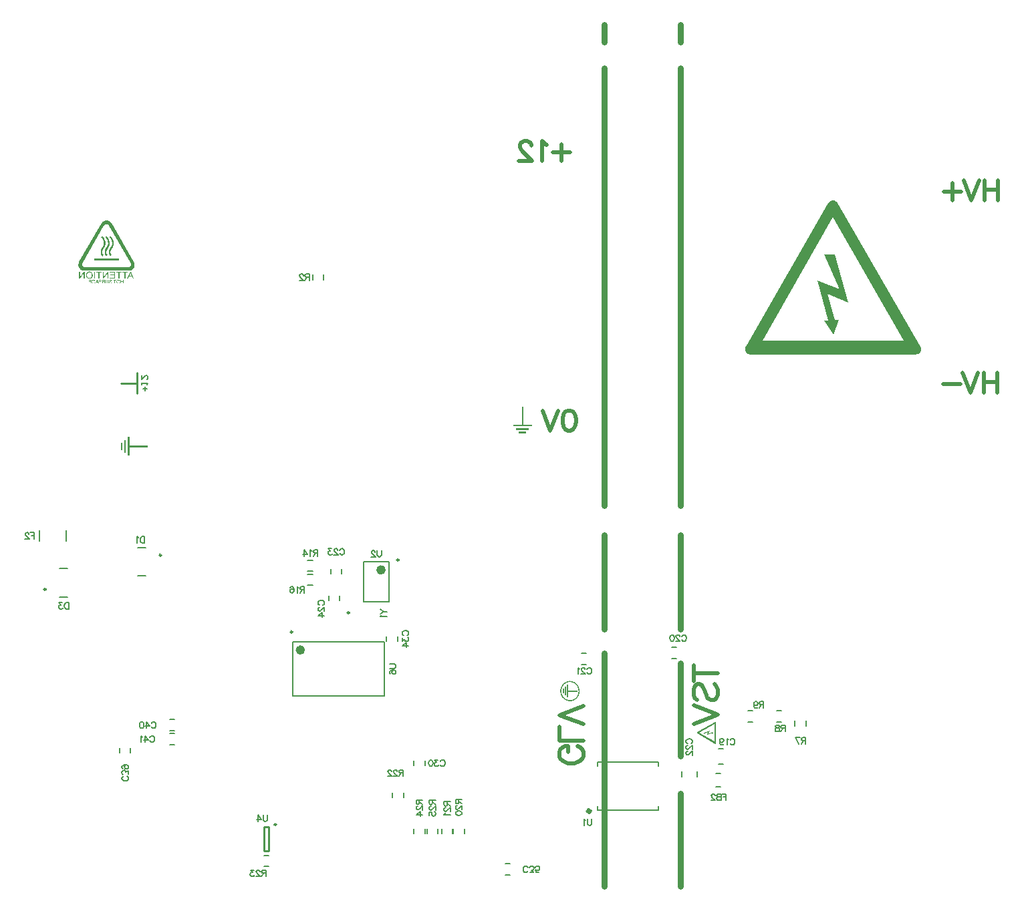
<source format=gbo>
G04*
G04 #@! TF.GenerationSoftware,Altium Limited,Altium Designer,20.0.13 (296)*
G04*
G04 Layer_Color=32896*
%FSTAX25Y25*%
%MOIN*%
G70*
G01*
G75*
%ADD10C,0.03000*%
%ADD11C,0.02000*%
%ADD12C,0.00787*%
%ADD13C,0.00984*%
%ADD14C,0.02362*%
%ADD15C,0.01000*%
%ADD16C,0.00600*%
%ADD17C,0.00500*%
G36*
X0407027Y0342689D02*
X0407434Y0342504D01*
X040773Y0342282D01*
X0408027Y034206D01*
X0408212Y0341875D01*
X040836Y0341689D01*
X0408434Y0341578D01*
X0408471Y0341541D01*
X044987Y0269925D01*
X0450056Y0269407D01*
X045013Y0268925D01*
Y0268481D01*
X0450093Y0268074D01*
X0450019Y026774D01*
X0449944Y0267518D01*
X0449907Y026737D01*
X044987Y0267296D01*
X0449537Y0266852D01*
X0449204Y0266556D01*
X0448797Y0266333D01*
X0448463Y0266148D01*
X044813Y0266074D01*
X0447871Y0266037D01*
X0447686Y0266D01*
X0364813Y0266D01*
X0364331Y0266074D01*
X0363924Y0266222D01*
X0363516Y0266407D01*
X036322Y0266667D01*
X0362961Y0266889D01*
X0362776Y0267111D01*
X0362665Y0267259D01*
X0362628Y0267296D01*
X0362406Y0267777D01*
X0362332Y0268222D01*
X0362295Y0268666D01*
X0362332Y0269074D01*
X0362443Y0269407D01*
X0362517Y0269703D01*
X0362591Y0269851D01*
X0362628Y0269925D01*
X0403953Y0341541D01*
X0404138Y0341837D01*
X0404361Y034206D01*
X0404583Y0342245D01*
X0404805Y034243D01*
X0405249Y0342652D01*
X0405657Y03428D01*
X0406027Y0342874D01*
X0406582D01*
X0407027Y0342689D01*
D02*
G37*
G36*
X0275231Y0103009D02*
X0275411Y0102995D01*
X0275587Y0102976D01*
X0275758Y0102948D01*
X0275929Y0102916D01*
X0276095Y0102879D01*
X0276252Y0102833D01*
X0276409Y0102782D01*
X0276562Y0102727D01*
X027671Y0102671D01*
X0276853Y0102611D01*
X0276991Y0102547D01*
X0277125Y0102482D01*
X027725Y0102413D01*
X027737Y0102343D01*
X027749Y0102274D01*
X0277601Y0102205D01*
X0277703Y0102135D01*
X02778Y0102071D01*
X0277892Y0102001D01*
X027798Y0101937D01*
X0278059Y0101877D01*
X0278133Y0101821D01*
X0278197Y0101766D01*
X0278257Y0101715D01*
X0278308Y0101673D01*
X027835Y0101632D01*
X0278387Y01016D01*
X0278414Y0101572D01*
X0278433Y0101553D01*
X0278447Y0101539D01*
X0278451Y0101535D01*
X0278576Y0101396D01*
X0278696Y0101253D01*
X0278807Y0101105D01*
X0278913Y0100957D01*
X027901Y0100805D01*
X0279098Y0100657D01*
X0279181Y0100505D01*
X027926Y0100352D01*
X0279329Y01002D01*
X0279394Y0100047D01*
X0279454Y0099899D01*
X0279505Y0099752D01*
X0279556Y0099608D01*
X0279597Y0099465D01*
X0279671Y0099192D01*
X0279703Y0099059D01*
X0279731Y0098934D01*
X0279754Y0098814D01*
X0279773Y0098698D01*
X0279791Y0098587D01*
X0279805Y0098486D01*
X0279814Y0098393D01*
X0279823Y0098305D01*
X0279833Y0098227D01*
X0279837Y0098158D01*
X0279842Y0098097D01*
Y0098047D01*
X0279847Y009801D01*
Y0097954D01*
X0279842Y009776D01*
X0279833Y0097566D01*
X0279814Y0097377D01*
X0279786Y0097197D01*
X0279754Y0097016D01*
X0279717Y0096841D01*
X0279676Y009667D01*
X0279629Y0096504D01*
X0279579Y0096342D01*
X0279523Y0096189D01*
X0279468Y0096037D01*
X0279403Y0095894D01*
X0279343Y0095755D01*
X0279278Y0095621D01*
X0279214Y0095492D01*
X0279149Y0095372D01*
X0279084Y0095256D01*
X027902Y009515D01*
X0278955Y0095044D01*
X0278895Y0094951D01*
X0278835Y0094859D01*
X0278775Y009478D01*
X0278719Y0094706D01*
X0278668Y0094637D01*
X0278622Y0094577D01*
X0278581Y0094522D01*
X0278544Y009448D01*
X0278511Y0094443D01*
X0278484Y0094411D01*
X0278465Y0094392D01*
X0278456Y0094378D01*
X0278451Y0094374D01*
X0278317Y009424D01*
X0278179Y0094115D01*
X0278035Y0093995D01*
X0277892Y0093884D01*
X0277749Y0093782D01*
X0277606Y009369D01*
X0277458Y0093602D01*
X0277315Y0093519D01*
X0277172Y0093445D01*
X0277028Y0093376D01*
X0276885Y0093311D01*
X0276747Y0093256D01*
X0276608Y0093205D01*
X0276474Y0093159D01*
X027634Y0093117D01*
X0276211Y009308D01*
X0276086Y0093048D01*
X027597Y009302D01*
X0275855Y0092992D01*
X0275744Y0092974D01*
X0275642Y0092955D01*
X027555Y0092942D01*
X0275458Y0092928D01*
X0275379Y0092918D01*
X0275305Y0092909D01*
X0275236Y0092905D01*
X027518Y00929D01*
X0275134D01*
X0275097Y0092895D01*
X0275069D01*
X0275051D01*
X0275046D01*
X0274862Y00929D01*
X0274681Y0092914D01*
X0274501Y0092932D01*
X0274326Y009296D01*
X0274155Y0092992D01*
X0273988Y0093034D01*
X0273827Y0093076D01*
X027367Y0093126D01*
X0273517Y0093182D01*
X0273369Y0093237D01*
X0273226Y0093297D01*
X0273088Y0093362D01*
X0272958Y0093431D01*
X0272829Y0093496D01*
X0272709Y0093565D01*
X0272593Y0093635D01*
X0272482Y0093704D01*
X0272376Y0093773D01*
X0272279Y0093843D01*
X0272187Y0093907D01*
X0272099Y0093972D01*
X027202Y0094032D01*
X0271951Y0094087D01*
X0271886Y0094143D01*
X0271826Y0094194D01*
X0271775Y009424D01*
X0271734Y0094277D01*
X0271697Y0094309D01*
X0271669Y0094337D01*
X0271651Y0094355D01*
X0271637Y0094369D01*
X0271632Y0094374D01*
X0271508Y0094512D01*
X0271387Y0094656D01*
X0271276Y0094803D01*
X027117Y0094951D01*
X0271073Y0095099D01*
X0270985Y0095252D01*
X0270902Y0095399D01*
X0270824Y0095552D01*
X0270754Y0095704D01*
X0270685Y0095857D01*
X027063Y0096005D01*
X0270574Y0096153D01*
X0270523Y0096296D01*
X0270482Y0096439D01*
X0270408Y0096716D01*
X0270376Y0096846D01*
X0270348Y0096975D01*
X0270325Y0097095D01*
X0270306Y0097211D01*
X0270288Y0097317D01*
X0270274Y0097418D01*
X0270265Y0097515D01*
X0270255Y0097603D01*
X0270246Y0097682D01*
X0270242Y0097751D01*
X0270237Y0097811D01*
Y0097862D01*
X0270232Y0097899D01*
Y0097954D01*
X0270237Y0098148D01*
X0270246Y0098342D01*
X0270269Y0098527D01*
X0270292Y0098712D01*
X0270325Y0098892D01*
X0270362Y0099068D01*
X0270403Y0099234D01*
X0270449Y00994D01*
X02705Y0099562D01*
X0270556Y0099714D01*
X0270616Y0099867D01*
X0270676Y010001D01*
X0270736Y0100149D01*
X0270801Y0100283D01*
X0270865Y0100412D01*
X0270935Y0100532D01*
X0270999Y0100648D01*
X0271064Y0100759D01*
X0271129Y010086D01*
X0271189Y0100957D01*
X0271249Y0101045D01*
X0271309Y0101128D01*
X0271364Y0101202D01*
X0271415Y0101271D01*
X0271461Y0101331D01*
X0271503Y0101387D01*
X027154Y0101428D01*
X0271572Y0101465D01*
X02716Y0101498D01*
X0271618Y0101516D01*
X0271628Y010153D01*
X0271632Y0101535D01*
X0271766Y0101669D01*
X0271905Y0101794D01*
X0272043Y0101914D01*
X0272187Y0102024D01*
X027233Y0102126D01*
X0272473Y0102218D01*
X0272621Y0102306D01*
X0272764Y010239D01*
X0272907Y0102463D01*
X027305Y0102533D01*
X0273194Y0102597D01*
X0273337Y0102653D01*
X0273476Y0102704D01*
X027361Y010275D01*
X0273744Y0102791D01*
X0273873Y0102828D01*
X0273998Y0102861D01*
X0274118Y0102888D01*
X0274229Y0102916D01*
X027434Y0102935D01*
X0274446Y0102953D01*
X0274538Y0102967D01*
X0274631Y0102981D01*
X0274714Y010299D01*
X0274788Y0102999D01*
X0274852Y0103004D01*
X0274912Y0103009D01*
X0274959D01*
X0274996Y0103013D01*
X0275023D01*
X0275042D01*
X0275046D01*
X0275231Y0103009D01*
D02*
G37*
G36*
X0044199Y0332811D02*
X0044458Y0332774D01*
X0044717Y03327D01*
X0044921Y0332645D01*
X0045106Y0332571D01*
X0045235Y0332497D01*
X004531Y033246D01*
X0045347Y0332441D01*
X0045439Y0332386D01*
X0045513Y0332349D01*
X004555Y0332312D01*
X0045735Y0332164D01*
X0045902Y0332015D01*
X004605Y0331849D01*
X004618Y0331701D01*
X0046272Y0331571D01*
X0046346Y033146D01*
X0046383Y0331386D01*
X0046402Y0331368D01*
X0057563Y0312025D01*
X0057582D01*
X00576Y0312006D01*
Y0311988D01*
Y0311969D01*
X0057674Y0311821D01*
X0057748Y0311692D01*
X0057767Y0311617D01*
X0057785Y031158D01*
X0057804Y0311543D01*
X0057822Y0311488D01*
X0057859Y0311358D01*
X0057878Y0311247D01*
X0057896Y031121D01*
Y0311192D01*
X0057952Y0310803D01*
X0057933Y0310433D01*
X0057896Y0310081D01*
X0057804Y0309785D01*
X005773Y0309544D01*
X0057637Y0309359D01*
X0057619Y0309285D01*
X0057582Y030923D01*
X0057563Y0309211D01*
Y0309193D01*
Y0309174D01*
X0057489Y0309045D01*
X0057415Y0308934D01*
X0057341Y0308859D01*
X0057323Y0308822D01*
X005723Y0308712D01*
X0057138Y0308619D01*
X0057063Y0308545D01*
X0057026Y0308526D01*
X005686Y0308378D01*
X0056693Y0308267D01*
X005636Y0308064D01*
X0056027Y0307934D01*
X0055731Y0307841D01*
X0055453Y0307786D01*
X0055231Y0307767D01*
X0055157Y0307749D01*
X0032686D01*
X0032501Y0307767D01*
X0032353Y0307786D01*
X0032279Y0307804D01*
X003226D01*
X0032149Y0307823D01*
X0032001Y030786D01*
X003189Y0307878D01*
X0031871Y0307897D01*
X0031853D01*
X0031483Y0308045D01*
X0031168Y0308249D01*
X003089Y0308452D01*
X0030668Y0308674D01*
X0030483Y0308878D01*
X0030372Y0309045D01*
X0030279Y0309156D01*
X0030261Y0309174D01*
Y0309193D01*
X0030242D01*
X003015Y0309359D01*
X0030094Y0309489D01*
X0030076Y0309563D01*
X0030057Y0309581D01*
X0030002Y0309748D01*
X0029965Y0309878D01*
X0029946Y0309952D01*
Y0309989D01*
X0029909Y0310192D01*
X0029891Y0310396D01*
Y0310785D01*
X0029946Y0311136D01*
X003002Y0311451D01*
X0030113Y031171D01*
X0030187Y0311914D01*
X0030224Y0311988D01*
X0030261Y0312043D01*
X0030279Y0312062D01*
Y031208D01*
X0041441Y0331423D01*
X0041533Y0331553D01*
X0041608Y0331664D01*
X0041663Y0331738D01*
X0041682Y0331775D01*
X0041774Y0331868D01*
X0041867Y033196D01*
X0041941Y0332034D01*
X0041959Y0332071D01*
X0041978D01*
X0042292Y033233D01*
X0042626Y0332515D01*
X004294Y0332645D01*
X0043237Y0332737D01*
X0043514Y0332793D01*
X0043718Y0332811D01*
X0043792Y033283D01*
X0043903D01*
X0044199Y0332811D01*
D02*
G37*
G36*
X0044884Y0303751D02*
X004444D01*
Y0306546D01*
X004257Y0303751D01*
X0042089D01*
Y0307286D01*
X0042533D01*
Y030451D01*
X0044403Y0307286D01*
X0044884D01*
Y0303751D01*
D02*
G37*
G36*
X0033056D02*
X0032612D01*
Y0306546D01*
X0030742Y0303751D01*
X0030261D01*
Y0307286D01*
X0030705D01*
Y030451D01*
X0032575Y0307286D01*
X0033056D01*
Y0303751D01*
D02*
G37*
G36*
X0057563D02*
X0057063D01*
X0056675Y0304824D01*
X0055194D01*
X0054787Y0303751D01*
X005425D01*
X0055694Y0307286D01*
X0056212D01*
X0057563Y0303751D01*
D02*
G37*
G36*
X0054509Y0306879D02*
X0053343D01*
Y0303751D01*
X0052862D01*
Y0306879D01*
X0051696D01*
Y0307286D01*
X0054509D01*
Y0306879D01*
D02*
G37*
G36*
X0051473D02*
X0050307D01*
Y0303751D01*
X0049845D01*
Y0306879D01*
X004866D01*
Y0307286D01*
X0051473D01*
Y0306879D01*
D02*
G37*
G36*
X0048179Y0303751D02*
X0045532D01*
Y0304158D01*
X0047697D01*
Y030538D01*
X0045754D01*
Y0305787D01*
X0047697D01*
Y0306879D01*
X0045606D01*
Y0307286D01*
X0048179D01*
Y0303751D01*
D02*
G37*
G36*
X0041571Y0306879D02*
X0040404D01*
Y0303751D01*
X0039923D01*
Y0306879D01*
X0038757D01*
Y0307286D01*
X0041571D01*
Y0306879D01*
D02*
G37*
G36*
X0038202Y0303751D02*
X0037721D01*
Y0307286D01*
X0038202D01*
Y0303751D01*
D02*
G37*
G36*
X003561Y0307342D02*
X0035851Y0307286D01*
X0036055Y0307194D01*
X003624Y030712D01*
X0036388Y0307027D01*
X003648Y0306934D01*
X0036554Y0306879D01*
X0036573Y030686D01*
X0036721Y0306657D01*
X0036832Y0306435D01*
X0036925Y0306194D01*
X003698Y0305972D01*
X0037017Y0305787D01*
X0037036Y030562D01*
Y0305509D01*
Y0305491D01*
Y0305472D01*
X0036999Y0305139D01*
X003698Y0304972D01*
X0036943Y0304843D01*
X0036906Y0304732D01*
X0036887Y0304658D01*
X0036851Y0304602D01*
Y0304584D01*
X0036758Y0304436D01*
X0036665Y0304306D01*
X0036573Y0304195D01*
X0036462Y0304102D01*
X0036388Y0304028D01*
X0036314Y0303973D01*
X0036258Y0303954D01*
X003624Y0303936D01*
X0036092Y0303862D01*
X0035943Y0303806D01*
X0035647Y0303732D01*
X0035536Y0303714D01*
X0035444Y0303695D01*
X0035351D01*
X0035185Y0303714D01*
X0035018Y0303732D01*
X003487Y0303769D01*
X003474Y0303806D01*
X0034629Y0303843D01*
X0034555Y030388D01*
X00345Y0303917D01*
X0034481D01*
X0034352Y030401D01*
X0034222Y0304102D01*
X0034037Y0304306D01*
X0033963Y0304399D01*
X0033907Y0304473D01*
X0033889Y0304528D01*
X003387Y0304547D01*
X0033796Y0304713D01*
X0033741Y030488D01*
X0033704Y0305047D01*
X0033667Y0305194D01*
Y0305324D01*
X0033648Y0305417D01*
Y0305491D01*
Y0305509D01*
Y0305713D01*
X0033685Y0305879D01*
X0033704Y0306046D01*
X0033741Y0306194D01*
X0033778Y0306305D01*
X0033815Y0306398D01*
X0033833Y0306453D01*
X0033852Y0306472D01*
X0034037Y0306749D01*
X0034148Y030686D01*
X0034241Y0306953D01*
X0034333Y0307027D01*
X0034389Y0307083D01*
X0034444Y0307101D01*
X0034463Y030712D01*
X0034611Y0307194D01*
X0034759Y0307268D01*
X0035037Y0307323D01*
X0035166Y0307342D01*
X0035259Y030736D01*
X0035351D01*
X003561Y0307342D01*
D02*
G37*
G36*
X0052325Y0301437D02*
X0052103D01*
Y0302252D01*
X0051177D01*
Y0301437D01*
X0050937D01*
Y0303177D01*
X0051177D01*
Y0302455D01*
X0052103D01*
Y0303177D01*
X0052325D01*
Y0301437D01*
D02*
G37*
G36*
X004481Y0302159D02*
X0044791Y0301974D01*
X0044773Y0301826D01*
X0044754Y0301752D01*
X0044736Y0301715D01*
X004468Y0301622D01*
X0044606Y0301548D01*
X0044532Y0301511D01*
X0044514Y0301493D01*
X0044384Y0301437D01*
X0044254Y0301418D01*
X0044144Y03014D01*
X0044106D01*
X004394Y0301418D01*
X004381Y0301455D01*
X0043718Y0301493D01*
X0043699Y0301511D01*
X0043588Y0301585D01*
X0043533Y0301659D01*
X0043496Y0301715D01*
X0043477Y0301733D01*
X004344Y0301863D01*
X0043422Y0302011D01*
Y0302122D01*
Y030214D01*
Y0302159D01*
Y0303177D01*
X0043644D01*
Y0302159D01*
Y0302048D01*
X0043662Y0301955D01*
X0043699Y0301807D01*
X0043736Y0301715D01*
X0043755Y0301696D01*
X0043866Y0301659D01*
X0043977Y0301641D01*
X0044088Y0301622D01*
X0044236D01*
X004431Y0301641D01*
X0044384D01*
X0044458Y0301696D01*
X0044495Y0301752D01*
X0044532Y0301807D01*
Y0301826D01*
X0044551Y0301918D01*
X0044569Y0302029D01*
Y0302122D01*
Y030214D01*
Y0302159D01*
Y0303177D01*
X004481D01*
Y0302159D01*
D02*
G37*
G36*
X0037591Y0303196D02*
X0037739Y0303158D01*
X0037832Y0303121D01*
X003785Y0303103D01*
X0037869D01*
X0037998Y030301D01*
X0038091Y0302899D01*
X0038146Y0302825D01*
X0038165Y0302807D01*
Y0302788D01*
X003822Y030264D01*
X0038257Y0302474D01*
X0038276Y0302362D01*
Y0302326D01*
Y0302307D01*
X0038257Y0302122D01*
X003822Y0301974D01*
X0038202Y0301863D01*
X0038183Y0301844D01*
Y0301826D01*
X0038109Y0301696D01*
X0038017Y0301604D01*
X0037943Y0301548D01*
X0037906Y030153D01*
X0037758Y0301455D01*
X0037609Y0301418D01*
X0037535Y03014D01*
X0037424D01*
X0037239Y0301418D01*
X0037091Y0301493D01*
X0036999Y0301548D01*
X0036962Y0301567D01*
X0036906Y0301604D01*
X0036851Y0301678D01*
X0036777Y0301807D01*
X0036721Y0301918D01*
X0036702Y0301955D01*
Y0301974D01*
X0036943Y0302029D01*
X003698Y0301881D01*
X0037054Y0301789D01*
X003711Y0301715D01*
X0037128Y0301696D01*
X0037239Y0301641D01*
X003735Y0301622D01*
X0037424Y0301604D01*
X0037461D01*
X0037572Y0301622D01*
X0037665Y0301641D01*
X0037739Y0301659D01*
X0037758D01*
X003785Y0301733D01*
X0037906Y0301826D01*
X0037943Y0301881D01*
X0037961Y0301918D01*
X0037998Y0302048D01*
X0038017Y0302177D01*
X0038035Y030227D01*
Y0302289D01*
Y0302307D01*
X0038017Y0302437D01*
X0037998Y0302548D01*
X003798Y0302622D01*
X0037961Y030264D01*
X0037906Y0302751D01*
X003785Y0302844D01*
X0037795Y0302899D01*
X0037776Y0302918D01*
X0037665Y0302973D01*
X0037554Y0302992D01*
X0037461Y030301D01*
X0037424D01*
X0037313Y0302992D01*
X0037221Y0302973D01*
X0037165Y0302936D01*
X0037147Y0302918D01*
X0037073Y0302844D01*
X0037017Y0302751D01*
X003698Y0302677D01*
X0036962Y030264D01*
X003674Y0302696D01*
X0036814Y0302862D01*
X0036887Y0302973D01*
X0036943Y0303047D01*
X003698Y0303066D01*
X0037128Y0303158D01*
X0037276Y0303196D01*
X0037387Y0303214D01*
X0037424D01*
X0037591Y0303196D01*
D02*
G37*
G36*
X0048752Y0302973D02*
X004816D01*
Y0301437D01*
X0047938D01*
Y0302973D01*
X0047346D01*
Y0303177D01*
X0048752D01*
Y0302973D01*
D02*
G37*
G36*
X0043014Y0301437D02*
X0042774D01*
Y0302196D01*
X0042404D01*
X0042385Y0302177D01*
X0042292Y0302159D01*
X0042274Y030214D01*
X0042237Y0302103D01*
X00422Y0302066D01*
X0042163Y0302048D01*
X0042144Y0302029D01*
X0042107Y0301974D01*
X0042052Y0301881D01*
X0041996Y0301807D01*
X0041978Y0301789D01*
Y030177D01*
X0041756Y0301437D01*
X004146D01*
X0041756Y03019D01*
X0041848Y0301992D01*
X0041904Y0302066D01*
X0041941Y0302103D01*
X0041959Y0302122D01*
X0041996Y0302159D01*
X0042033Y0302177D01*
X004207Y0302214D01*
X0042089D01*
X0041922Y0302252D01*
X0041811Y0302307D01*
X0041737Y0302362D01*
X0041719Y0302381D01*
X0041645Y0302492D01*
X0041608Y0302585D01*
X0041589Y0302659D01*
Y0302696D01*
X0041608Y0302788D01*
X0041626Y0302881D01*
X0041645Y0302955D01*
X0041663Y0302973D01*
X0041737Y0303047D01*
X0041793Y0303103D01*
X0041848Y0303121D01*
X0041867Y030314D01*
X0041978Y0303158D01*
X0042107Y0303177D01*
X0043014D01*
Y0301437D01*
D02*
G37*
G36*
X0041219D02*
X0040997D01*
Y0302214D01*
X0040164D01*
Y0302418D01*
X0040997D01*
Y0302973D01*
X0040034D01*
Y0303177D01*
X0041219D01*
Y0301437D01*
D02*
G37*
G36*
X0040053D02*
X0039794D01*
X0039608Y0301937D01*
X0038868D01*
X0038664Y0301437D01*
X0038387D01*
X0039127Y0303177D01*
X0039368D01*
X0040053Y0301437D01*
D02*
G37*
G36*
X0036406D02*
X0035074D01*
Y0301622D01*
X0036166D01*
Y0302214D01*
X0035185D01*
Y0302437D01*
X0036166D01*
Y0302973D01*
X0035129D01*
Y0303177D01*
X0036406D01*
Y0301437D01*
D02*
G37*
G36*
X00499Y0303196D02*
X005003Y0303177D01*
X0050215Y0303103D01*
X0050289Y0303047D01*
X0050344Y030301D01*
X0050363Y0302992D01*
X0050381Y0302973D01*
X0050455Y0302862D01*
X0050511Y0302751D01*
X0050585Y0302511D01*
X0050603Y0302418D01*
X0050622Y0302344D01*
Y0302289D01*
Y030227D01*
X0050603Y0302103D01*
X0050566Y0301955D01*
X0050529Y0301863D01*
X0050511Y0301844D01*
Y0301826D01*
X0050418Y0301696D01*
X0050326Y0301604D01*
X0050252Y0301548D01*
X0050215Y030153D01*
X0050067Y0301455D01*
X0049919Y0301418D01*
X0049808Y03014D01*
X0049771D01*
X0049604Y0301418D01*
X0049474Y0301455D01*
X0049382Y0301493D01*
X0049345Y0301511D01*
X0049215Y0301604D01*
X0049104Y0301696D01*
X0049049Y030177D01*
X004903Y0301807D01*
X0048956Y0301974D01*
X0048937Y0302122D01*
X0048919Y0302252D01*
Y030227D01*
Y0302289D01*
X0048937Y0302474D01*
X0048956Y0302622D01*
X0048993Y0302733D01*
X0049012Y0302751D01*
Y030277D01*
X0049104Y0302918D01*
X0049215Y030301D01*
X0049289Y0303066D01*
X0049308Y0303084D01*
X0049326D01*
X0049474Y0303158D01*
X0049622Y0303196D01*
X0049733Y0303214D01*
X0049771D01*
X00499Y0303196D01*
D02*
G37*
G36*
X0046087D02*
X0046161Y0303177D01*
X004618Y0303158D01*
X0046272Y0303103D01*
X0046346Y0303047D01*
X0046383Y0302992D01*
X0046402Y0302973D01*
X0046439Y0302881D01*
X0046457Y0302788D01*
X0046476Y0302733D01*
Y0302714D01*
X0046457Y0302622D01*
X0046439Y0302566D01*
X004642Y0302529D01*
X0046402Y0302511D01*
X0046346Y0302437D01*
X0046291Y0302381D01*
X0046235Y0302362D01*
X0046217Y0302344D01*
X0046124Y0302289D01*
X0046013Y030227D01*
X004592Y0302233D01*
X0045883D01*
X0045791Y0302196D01*
X0045717Y0302177D01*
X0045661Y0302159D01*
X0045606D01*
X0045569Y030214D01*
X0045495Y0302103D01*
X0045439Y0302066D01*
X0045421Y0302048D01*
X0045402Y0302029D01*
X0045365Y0301992D01*
X0045347Y0301937D01*
Y03019D01*
Y0301881D01*
Y0301826D01*
X0045365Y0301789D01*
X0045384Y0301752D01*
X0045402Y0301733D01*
X0045495Y0301659D01*
X0045532Y0301641D01*
X004555Y0301622D01*
X0045902D01*
X0045976Y0301641D01*
X0046069D01*
X0046143Y0301678D01*
X0046198Y0301733D01*
X0046235Y0301752D01*
Y030177D01*
X0046272Y0301844D01*
X0046291Y0301918D01*
X0046309Y0301974D01*
Y0301992D01*
X004655Y0301974D01*
X0046531Y0301844D01*
X0046494Y0301752D01*
X0046457Y0301678D01*
X0046439Y0301659D01*
X0046365Y0301585D01*
X0046291Y030153D01*
X0046217Y0301493D01*
X0046198Y0301474D01*
X004605Y0301437D01*
X004592Y0301418D01*
X0045809Y03014D01*
X0045772D01*
X0045643Y0301418D01*
X004555Y0301437D01*
X0045476Y0301455D01*
X0045439Y0301474D01*
X0045347Y030153D01*
X0045273Y0301585D01*
X0045236Y0301622D01*
X0045217Y0301641D01*
X0045162Y0301733D01*
X0045143Y0301807D01*
X0045125Y0301881D01*
Y03019D01*
X0045143Y0302011D01*
X0045162Y0302085D01*
X004518Y030214D01*
X0045199Y0302159D01*
X0045273Y0302233D01*
X0045347Y0302289D01*
X0045402Y0302326D01*
X0045439Y0302344D01*
X0045476Y0302362D01*
X0045532Y0302381D01*
X0045661Y0302418D01*
X0045772Y0302437D01*
X0045809Y0302455D01*
X0045828D01*
X004592Y0302474D01*
X0045994Y0302492D01*
X0046106Y0302529D01*
X0046161Y0302566D01*
X004618D01*
X0046217Y0302622D01*
X0046235Y0302677D01*
Y0302714D01*
Y0302733D01*
X0046217Y0302807D01*
X0046198Y0302881D01*
X004618Y0302918D01*
X0046161Y0302936D01*
X0046069Y0302973D01*
X0045957Y030301D01*
X0045828D01*
X0045698Y0302992D01*
X0045606Y0302973D01*
X004555Y0302936D01*
X0045532Y0302918D01*
X0045458Y0302844D01*
X0045421Y030277D01*
X0045402Y0302696D01*
Y0302659D01*
X004518Y0302677D01*
X0045199Y0302788D01*
X0045217Y0302881D01*
X0045254Y0302955D01*
X0045273Y0302973D01*
X0045347Y0303047D01*
X0045402Y0303103D01*
X0045476Y0303121D01*
X0045495Y030314D01*
X0045606Y0303177D01*
X0045717Y0303214D01*
X0045976D01*
X0046087Y0303196D01*
D02*
G37*
G36*
X0055338Y0220455D02*
X0064346D01*
Y0219664D01*
X0055338D01*
Y0220455D01*
X0055317D01*
Y0219664D01*
X0055338D01*
Y0215507D01*
X0054539D01*
Y0224702D01*
X0055338D01*
Y0220455D01*
D02*
G37*
G36*
X005184Y0218283D02*
X0051049D01*
Y0221933D01*
X005184D01*
Y0218283D01*
D02*
G37*
G36*
X0053568Y0216895D02*
X0052777D01*
Y0223259D01*
X0053568D01*
Y0216895D01*
D02*
G37*
G36*
X0251836Y0230837D02*
X0251045D01*
Y0230817D01*
X0251836D01*
Y0230837D01*
X0255993D01*
Y0230039D01*
X0246798D01*
Y0230837D01*
X0251045D01*
Y0239846D01*
X0251836D01*
Y0230837D01*
D02*
G37*
G36*
X0254605Y0228277D02*
X0248241D01*
Y0229068D01*
X0254605D01*
Y0228277D01*
D02*
G37*
G36*
X0253217Y0226549D02*
X0249567D01*
Y022734D01*
X0253217D01*
Y0226549D01*
D02*
G37*
G36*
X0347641Y0082549D02*
X0347683Y008254D01*
X0347711Y0082531D01*
X0347729Y0082526D01*
X0347738Y0082521D01*
X0347794Y008248D01*
X0347831Y0082438D01*
X0347858Y0082388D01*
X0347882Y0082346D01*
X0347891Y0082304D01*
X0347895Y0082272D01*
X03479Y0082249D01*
Y0071909D01*
X0347891Y0071849D01*
X0347872Y0071798D01*
X0347849Y0071748D01*
X0347817Y0071711D01*
X0347789Y0071678D01*
X0347761Y0071655D01*
X0347743Y0071641D01*
X0347738Y0071637D01*
X0347678Y0071609D01*
X0347623Y00716D01*
X0347567Y0071595D01*
X0347516Y00716D01*
X0347475Y0071614D01*
X0347438Y0071623D01*
X034742Y0071632D01*
X034741Y0071637D01*
X0338475Y0076793D01*
X0338438Y0076816D01*
X033841Y0076844D01*
X0338387Y0076871D01*
X0338364Y0076899D01*
X0338337Y0076954D01*
X0338318Y0077005D01*
X0338309Y0077051D01*
Y0077121D01*
X0338332Y0077176D01*
X0338355Y0077227D01*
X0338383Y0077264D01*
X033841Y0077301D01*
X0338434Y0077324D01*
X0338457Y0077342D01*
X0338471Y0077352D01*
X0338475Y0077356D01*
X034741Y0082521D01*
X0347475Y0082545D01*
X0347535Y0082554D01*
X034759D01*
X0347641Y0082549D01*
D02*
G37*
%LPC*%
G36*
X0406212Y033458D02*
X0371108Y0272739D01*
X0441391Y027274D01*
X0406212Y033458D01*
D02*
G37*
%LPD*%
G36*
X0413914Y0291847D02*
X0403361Y0296105D01*
X0407138Y0283108D01*
X04091D01*
X0406582Y027585D01*
X0401954Y0282812D01*
X0403953D01*
X0398584Y0302882D01*
X0409323Y0298549D01*
X0401768Y0315842D01*
X0407138D01*
X0413914Y0291847D01*
D02*
G37*
%LPC*%
G36*
X0275093Y0102487D02*
X0275065D01*
X0275051D01*
X0275046D01*
X027488Y0102482D01*
X0274718Y0102473D01*
X0274561Y0102454D01*
X0274409Y0102431D01*
X0274256Y0102399D01*
X0274109Y0102366D01*
X0273965Y0102325D01*
X0273827Y0102283D01*
X0273559Y0102182D01*
X0273429Y0102126D01*
X0273309Y0102071D01*
X0273189Y0102015D01*
X0273078Y0101955D01*
X0272967Y0101891D01*
X0272866Y010183D01*
X0272769Y010177D01*
X0272676Y010171D01*
X0272588Y010165D01*
X0272505Y010159D01*
X0272431Y0101535D01*
X0272362Y0101479D01*
X0272298Y0101428D01*
X0272242Y0101378D01*
X0272187Y0101336D01*
X0272145Y0101295D01*
X0272103Y0101262D01*
X0272071Y010123D01*
X0272048Y0101207D01*
X0272029Y0101188D01*
X027202Y0101179D01*
X0272016Y0101174D01*
X02719Y010105D01*
X0271794Y0100916D01*
X0271692Y0100786D01*
X02716Y0100652D01*
X0271512Y0100518D01*
X0271433Y010038D01*
X027136Y0100241D01*
X027129Y0100107D01*
X0271226Y0099969D01*
X0271166Y0099835D01*
X0271115Y0099701D01*
X0271064Y0099567D01*
X0270981Y0099308D01*
X0270916Y0099063D01*
X0270888Y0098943D01*
X0270865Y0098832D01*
X0270842Y0098721D01*
X0270824Y009862D01*
X027081Y0098523D01*
X0270796Y009843D01*
X0270787Y0098347D01*
X0270778Y0098268D01*
X0270773Y0098199D01*
X0270768Y0098139D01*
X0270764Y0098084D01*
Y0098037D01*
X0270759Y0098001D01*
Y0097954D01*
X0270764Y0097779D01*
X0270773Y0097608D01*
X0270791Y0097437D01*
X0270814Y0097275D01*
X0270842Y0097113D01*
X0270875Y0096956D01*
X0270958Y0096656D01*
X0270999Y0096513D01*
X027105Y009637D01*
X0271101Y0096236D01*
X0271156Y0096106D01*
X0271212Y0095982D01*
X0271272Y0095861D01*
X0271327Y0095746D01*
X0271387Y009564D01*
X0271447Y0095533D01*
X0271503Y0095436D01*
X0271563Y0095344D01*
X0271618Y0095256D01*
X0271674Y0095178D01*
X0271725Y0095104D01*
X0271775Y0095034D01*
X0271822Y0094974D01*
X0271863Y0094924D01*
X02719Y0094873D01*
X0271933Y0094831D01*
X027196Y0094799D01*
X0271983Y0094771D01*
X0272002Y0094753D01*
X0272011Y0094743D01*
X0272016Y0094739D01*
X0272136Y0094619D01*
X0272256Y0094508D01*
X0272381Y0094402D01*
X0272505Y0094305D01*
X0272635Y0094212D01*
X0272764Y0094129D01*
X0272889Y009405D01*
X0273018Y0093976D01*
X0273148Y0093912D01*
X0273277Y0093852D01*
X0273402Y0093796D01*
X0273526Y0093745D01*
X0273651Y0093699D01*
X0273771Y0093658D01*
X0274002Y0093588D01*
X0274219Y0093533D01*
X0274321Y009351D01*
X0274418Y0093491D01*
X0274511Y0093477D01*
X0274598Y0093464D01*
X0274677Y009345D01*
X0274751Y0093441D01*
X0274815Y0093436D01*
X0274875Y0093431D01*
X0274926Y0093427D01*
X0274968D01*
X0275Y0093422D01*
X0275028D01*
X0275042D01*
X0275046D01*
X0275208Y0093427D01*
X027537Y0093436D01*
X0275527Y0093454D01*
X0275679Y0093477D01*
X0275827Y009351D01*
X0275975Y0093542D01*
X0276118Y0093584D01*
X0276257Y009363D01*
X027652Y0093727D01*
X027677Y0093838D01*
X027689Y0093898D01*
X0277001Y0093958D01*
X0277107Y0094018D01*
X0277213Y0094083D01*
X027731Y0094143D01*
X0277403Y0094203D01*
X027749Y0094263D01*
X0277569Y0094323D01*
X0277647Y0094378D01*
X0277717Y0094434D01*
X0277781Y0094485D01*
X0277837Y0094535D01*
X0277888Y0094577D01*
X0277934Y0094619D01*
X0277976Y0094651D01*
X0278008Y0094683D01*
X0278031Y0094706D01*
X0278049Y0094725D01*
X0278059Y0094734D01*
X0278063Y0094739D01*
X0278179Y0094863D01*
X0278285Y0094993D01*
X0278387Y0095127D01*
X0278479Y0095256D01*
X0278567Y009539D01*
X0278645Y0095529D01*
X0278719Y0095663D01*
X0278789Y0095801D01*
X0278853Y0095935D01*
X0278913Y0096074D01*
X0278964Y0096208D01*
X0279015Y0096337D01*
X0279098Y0096596D01*
X0279163Y0096846D01*
X027919Y0096961D01*
X0279214Y0097076D01*
X0279237Y0097183D01*
X0279255Y0097284D01*
X0279269Y0097386D01*
X0279283Y0097474D01*
X0279292Y0097562D01*
X0279301Y009764D01*
X0279306Y0097709D01*
X0279311Y0097769D01*
X0279315Y0097825D01*
X027932Y0097871D01*
Y0097954D01*
X0279315Y009813D01*
X0279306Y0098301D01*
X0279288Y0098467D01*
X0279264Y0098633D01*
X0279237Y0098795D01*
X0279204Y0098948D01*
X0279126Y0099252D01*
X027908Y0099396D01*
X0279029Y0099534D01*
X0278978Y0099668D01*
X0278923Y0099798D01*
X0278867Y0099927D01*
X0278807Y0100047D01*
X0278752Y0100158D01*
X0278692Y0100269D01*
X0278631Y0100375D01*
X0278576Y0100472D01*
X0278516Y0100565D01*
X0278461Y0100652D01*
X0278405Y0100731D01*
X0278354Y0100805D01*
X0278304Y0100874D01*
X0278262Y0100934D01*
X0278216Y010099D01*
X0278179Y010104D01*
X0278146Y0101077D01*
X0278119Y0101114D01*
X0278096Y0101142D01*
X0278077Y0101161D01*
X0278068Y010117D01*
X0278063Y0101174D01*
X0277943Y0101295D01*
X0277823Y0101405D01*
X0277698Y0101512D01*
X0277569Y0101609D01*
X0277444Y0101697D01*
X0277315Y0101784D01*
X0277185Y0101863D01*
X0277056Y0101932D01*
X0276931Y0102001D01*
X0276802Y0102061D01*
X0276677Y0102117D01*
X0276553Y0102168D01*
X0276432Y0102214D01*
X0276312Y0102251D01*
X0276081Y0102325D01*
X0275864Y0102376D01*
X0275763Y0102399D01*
X0275665Y0102417D01*
X0275578Y0102431D01*
X027549Y0102445D01*
X0275411Y0102459D01*
X0275342Y0102468D01*
X0275273Y0102473D01*
X0275217Y0102477D01*
X0275167Y0102482D01*
X0275125D01*
X0275093Y0102487D01*
D02*
G37*
%LPD*%
G36*
X027209Y0096749D02*
X0271558D01*
Y0099188D01*
X027209D01*
Y0096749D01*
D02*
G37*
G36*
X0273037Y0095829D02*
X027251D01*
Y010007D01*
X0273037D01*
Y0095829D01*
D02*
G37*
G36*
X0274011Y0098204D02*
X0278946D01*
Y0097672D01*
X0274011D01*
Y0094891D01*
X0273485D01*
Y0101022D01*
X0274011D01*
Y0098204D01*
D02*
G37*
%LPC*%
G36*
X0043977Y0330942D02*
X0043903D01*
Y0330924D01*
X0043681Y0330905D01*
X0043496Y0330868D01*
X004331Y0330794D01*
X0043162Y033072D01*
X0043033Y0330646D01*
X004294Y0330572D01*
X0042885Y0330535D01*
X0042866Y0330516D01*
X0042774Y0330424D01*
X0042737Y0330387D01*
X0042718Y0330368D01*
X0042663Y0330294D01*
X0042626Y033022D01*
X0042589Y0330183D01*
Y0330165D01*
X004257D01*
X0031964Y0311803D01*
Y0311784D01*
X0031853Y0311562D01*
X0031797Y0311358D01*
X003176Y0311266D01*
Y0311192D01*
X0031742Y0311155D01*
Y0311136D01*
X003176D01*
X0031742Y0311044D01*
Y0311025D01*
Y0311007D01*
Y0310859D01*
X0031779Y0310711D01*
X0031797Y0310581D01*
X0031834Y0310451D01*
X0031871Y0310359D01*
X0031908Y0310285D01*
X0031927Y0310248D01*
X0031945Y0310229D01*
X0032075Y0310044D01*
X0032223Y0309896D01*
X0032371Y0309767D01*
X0032519Y0309674D01*
X0032649Y03096D01*
X0032741Y0309563D01*
X0032815Y0309526D01*
X0032871D01*
X0032945Y0309507D01*
X0033019Y0309489D01*
X0033037Y030947D01*
X0033278D01*
Y0309452D01*
X0054509D01*
X0054731Y030947D01*
X0054935Y0309507D01*
X005512Y0309581D01*
X0055287Y0309655D01*
X0055416Y030973D01*
X0055509Y0309804D01*
X0055564Y0309841D01*
X0055583Y0309859D01*
X0055657Y0309933D01*
X0055694Y0309989D01*
X0055731Y0310007D01*
Y0310026D01*
X0055786Y03101D01*
X0055823Y0310155D01*
X005586Y0310211D01*
Y0310229D01*
X0055879D01*
X0055971Y0310414D01*
X0056027Y0310599D01*
X0056045Y0310785D01*
X0056064Y0310951D01*
Y0311099D01*
Y031121D01*
X0056045Y0311284D01*
Y0311303D01*
X0056027Y0311395D01*
X0056008Y0311469D01*
X005599Y0311507D01*
Y0311525D01*
X0055971Y031158D01*
X0055934Y0311654D01*
X0055916Y031171D01*
X0055897Y0311729D01*
X0055879Y0311747D01*
Y0311766D01*
X0045254Y0330146D01*
X0045106Y033035D01*
X0044976Y0330516D01*
X0044847Y0330627D01*
X0044828Y0330646D01*
X004481Y0330664D01*
X0044791D01*
X0044773Y0330683D01*
X0044736Y0330701D01*
X0044717Y033072D01*
X0044699D01*
X0044551Y0330794D01*
X0044421Y0330849D01*
X0044162Y0330924D01*
X0044051D01*
X0043977Y0330942D01*
D02*
G37*
%LPD*%
G36*
X0045976Y0324963D02*
X0046161Y0324797D01*
X0046254Y0324723D01*
X0046309Y0324667D01*
X0046346Y032463D01*
X0046365Y0324611D01*
X004655Y0324389D01*
X0046716Y0324186D01*
X0046772Y0324112D01*
X0046809Y0324038D01*
X0046827Y0324001D01*
X0046846Y0323982D01*
X0047049Y0323649D01*
X0047198Y0323297D01*
X0047327Y0322964D01*
X004742Y032265D01*
X0047494Y032239D01*
X0047531Y0322168D01*
X0047549Y0322094D01*
X0047568Y0322039D01*
Y0322002D01*
Y0321983D01*
X0047586Y0321576D01*
X0047568Y0321169D01*
X0047512Y0320798D01*
X004742Y0320465D01*
X0047327Y0320169D01*
X004729Y0320058D01*
X0047253Y0319947D01*
X0047216Y0319873D01*
X0047179Y0319817D01*
X0047161Y031978D01*
Y0319762D01*
X0047087Y0319632D01*
X0046994Y0319484D01*
X0046809Y0319188D01*
X0046716Y0319077D01*
X0046661Y0318985D01*
X0046605Y0318911D01*
X0046587Y0318892D01*
X0046383Y0318596D01*
X0046235Y0318318D01*
X0046124Y0318077D01*
X0046031Y0317855D01*
X0045994Y031767D01*
X0045957Y0317522D01*
X0045939Y0317448D01*
Y0317411D01*
Y0317282D01*
Y0317189D01*
Y0317133D01*
Y0317115D01*
Y0317004D01*
Y0316911D01*
X0045957Y0316837D01*
Y03168D01*
X0045994Y0316634D01*
X0046013Y0316486D01*
X0046106Y0316227D01*
X004618Y0316041D01*
X0046272Y0315912D01*
X0046346Y0315819D01*
X004642Y0315764D01*
X0046457Y0315727D01*
X0046476D01*
X0046217Y0314949D01*
X0046069Y0315023D01*
X004592Y0315097D01*
X0045809Y0315209D01*
X004568Y0315338D01*
X0045495Y0315616D01*
X0045365Y031593D01*
X0045254Y0316208D01*
X0045217Y0316338D01*
X0045199Y0316449D01*
X0045162Y031656D01*
Y0316634D01*
X0045143Y0316671D01*
Y0316689D01*
X0045125Y03168D01*
Y0316948D01*
X0045106Y0317059D01*
Y0317078D01*
Y0317096D01*
Y0317208D01*
Y0317337D01*
X0045125Y0317448D01*
Y0317467D01*
Y0317485D01*
X0045162Y0317726D01*
X0045199Y0317948D01*
X0045236Y0318133D01*
X0045291Y0318281D01*
X0045347Y0318411D01*
X0045384Y0318503D01*
X0045402Y0318559D01*
X0045421Y0318577D01*
X0045606Y0318892D01*
X004568Y0319022D01*
X0045754Y0319151D01*
X0045828Y0319244D01*
X0045883Y0319318D01*
X0045902Y0319373D01*
X004592Y0319392D01*
X004605Y0319558D01*
X0046161Y0319706D01*
X0046235Y0319836D01*
X0046309Y0319947D01*
X0046365Y032004D01*
X0046402Y0320095D01*
X004642Y0320132D01*
Y0320151D01*
X004655Y0320465D01*
X0046661Y032078D01*
X0046716Y0321095D01*
X0046735Y0321391D01*
Y0321687D01*
X0046716Y0321965D01*
X0046661Y0322224D01*
X0046605Y0322464D01*
X004655Y0322687D01*
X0046476Y032289D01*
X0046383Y0323075D01*
X0046328Y0323223D01*
X0046254Y0323353D01*
X0046198Y0323445D01*
X004618Y0323501D01*
X0046161Y0323519D01*
X0046013Y0323723D01*
X0045883Y0323908D01*
X0045791Y0324019D01*
X0045772Y0324038D01*
X0045754Y0324056D01*
X0045587Y0324223D01*
X0045439Y0324352D01*
X0045328Y0324445D01*
X004531Y0324482D01*
X0045273D01*
X0045569Y0324852D01*
X0045772Y032513D01*
X0045976Y0324963D01*
D02*
G37*
G36*
X0043921D02*
X0044106Y0324797D01*
X0044181Y0324723D01*
X0044236Y0324667D01*
X0044273Y032463D01*
X0044291Y0324611D01*
X0044495Y0324389D01*
X0044643Y0324186D01*
X0044699Y0324112D01*
X0044754Y0324038D01*
X0044773Y0324001D01*
X0044791Y0323982D01*
X0044976Y0323649D01*
X0045143Y0323297D01*
X0045254Y0322964D01*
X0045365Y032265D01*
X0045439Y032239D01*
X0045476Y0322168D01*
X0045495Y0322094D01*
X0045513Y0322039D01*
Y0322002D01*
Y0321983D01*
X0045532Y0321576D01*
X0045513Y0321169D01*
X0045439Y0320798D01*
X0045347Y0320465D01*
X0045254Y0320169D01*
X0045217Y0320058D01*
X004518Y0319947D01*
X0045143Y0319873D01*
X0045106Y0319817D01*
X0045088Y031978D01*
Y0319762D01*
X0045013Y0319632D01*
X0044939Y0319503D01*
X0044754Y0319225D01*
X0044662Y0319096D01*
X0044606Y0318985D01*
X0044551Y0318911D01*
X0044532Y0318892D01*
X0044329Y0318596D01*
X0044181Y0318318D01*
X0044051Y0318077D01*
X0043977Y0317855D01*
X0043921Y031767D01*
X0043903Y0317522D01*
X0043884Y0317448D01*
Y0317411D01*
Y03173D01*
Y0317208D01*
Y0317133D01*
Y0317115D01*
Y0317004D01*
Y0316911D01*
X0043903Y0316837D01*
Y03168D01*
X004394Y0316634D01*
X0043958Y0316486D01*
X0044051Y0316227D01*
X0044125Y0316041D01*
X0044199Y0315912D01*
X0044291Y0315819D01*
X0044347Y0315764D01*
X0044384Y0315727D01*
X0044403D01*
X0044144Y0314949D01*
X0043995Y0315023D01*
X0043847Y0315097D01*
X0043736Y0315209D01*
X0043625Y0315338D01*
X004344Y0315616D01*
X0043292Y031593D01*
X00432Y0316208D01*
X0043162Y0316338D01*
X0043125Y0316449D01*
X0043107Y031656D01*
Y0316634D01*
X0043088Y0316671D01*
Y0316689D01*
X004307Y03168D01*
Y0316948D01*
X0043051Y0317059D01*
Y0317078D01*
Y0317096D01*
Y0317263D01*
Y0317393D01*
Y0317467D01*
Y0317485D01*
X0043088Y0317726D01*
X0043125Y0317948D01*
X0043162Y0318133D01*
X0043218Y0318281D01*
X0043273Y0318411D01*
X004331Y0318503D01*
X0043329Y0318559D01*
X0043347Y0318577D01*
X0043533Y0318892D01*
X0043625Y0319022D01*
X0043699Y0319151D01*
X0043773Y0319244D01*
X004381Y0319318D01*
X0043847Y0319373D01*
X0043866Y0319392D01*
X0043995Y0319558D01*
X0044088Y0319706D01*
X0044181Y0319836D01*
X0044236Y0319947D01*
X0044291Y032004D01*
X0044329Y0320095D01*
X0044347Y0320132D01*
Y0320151D01*
X0044477Y0320465D01*
X0044588Y032078D01*
X0044643Y0321095D01*
X0044662Y0321391D01*
Y0321687D01*
X0044643Y0321965D01*
X0044588Y0322224D01*
X0044532Y0322464D01*
X0044477Y0322687D01*
X0044403Y032289D01*
X004431Y0323075D01*
X0044254Y0323223D01*
X0044181Y0323353D01*
X0044125Y0323445D01*
X0044106Y0323501D01*
X0044088Y0323519D01*
X004394Y0323742D01*
X0043829Y0323908D01*
X0043736Y0324019D01*
X0043699Y0324038D01*
Y0324056D01*
X0043533Y0324223D01*
X0043366Y0324352D01*
X0043255Y0324445D01*
X0043237Y0324482D01*
X0043218D01*
X0043496Y0324852D01*
X0043718Y032513D01*
X0043921Y0324963D01*
D02*
G37*
G36*
X0041867Y0324945D02*
X0042052Y0324778D01*
X0042126Y0324704D01*
X0042181Y0324667D01*
X0042218Y032463D01*
X0042237Y0324611D01*
X0042422Y0324389D01*
X0042589Y0324186D01*
X0042644Y0324112D01*
X0042681Y0324038D01*
X00427Y0324001D01*
X0042718Y0323982D01*
X0042922Y0323649D01*
X004307Y0323297D01*
X00432Y0322964D01*
X0043292Y032265D01*
X0043366Y032239D01*
X0043403Y0322168D01*
X0043422Y0322094D01*
X004344Y0322039D01*
Y0322002D01*
Y0321983D01*
X0043459Y0321576D01*
X004344Y0321169D01*
X0043385Y0320798D01*
X0043292Y0320465D01*
X00432Y0320169D01*
X0043162Y0320058D01*
X0043125Y0319947D01*
X0043088Y0319873D01*
X0043051Y0319817D01*
X0043033Y031978D01*
Y0319762D01*
X0042866Y0319466D01*
X0042681Y0319188D01*
X0042607Y0319058D01*
X0042533Y0318966D01*
X0042496Y0318911D01*
X0042478Y0318892D01*
X0042274Y0318614D01*
X0042126Y0318337D01*
X0042015Y0318077D01*
X0041922Y0317855D01*
X0041867Y031767D01*
X004183Y0317541D01*
X0041811Y0317448D01*
Y0317411D01*
Y0317319D01*
Y0317226D01*
Y0317152D01*
Y0317133D01*
Y0317115D01*
Y0317022D01*
Y031693D01*
X004183Y0316837D01*
Y0316819D01*
Y03168D01*
X0041867Y0316634D01*
X0041904Y0316486D01*
X0041978Y0316227D01*
X004207Y0316041D01*
X0042144Y0315912D01*
X0042218Y0315819D01*
X0042292Y0315764D01*
X0042329Y0315727D01*
X0042348D01*
X004207Y0314949D01*
X0041922Y0315023D01*
X0041793Y0315097D01*
X0041663Y0315209D01*
X0041552Y0315338D01*
X0041367Y0315616D01*
X0041237Y031593D01*
X0041145Y0316208D01*
X0041108Y0316338D01*
X0041071Y0316449D01*
X0041052Y031656D01*
Y0316634D01*
X0041034Y0316671D01*
Y0316689D01*
X0041015Y0316819D01*
X0040997Y0316948D01*
Y0317059D01*
Y0317078D01*
Y0317096D01*
Y0317245D01*
Y0317374D01*
Y0317448D01*
Y0317485D01*
X0041034Y0317726D01*
X0041071Y0317948D01*
X0041108Y0318133D01*
X0041163Y0318281D01*
X0041219Y0318411D01*
X0041256Y0318503D01*
X0041274Y0318559D01*
X0041293Y0318577D01*
X0041478Y0318892D01*
X0041571Y0319022D01*
X0041645Y0319151D01*
X0041719Y0319244D01*
X0041756Y0319318D01*
X0041793Y0319373D01*
X0041811Y0319392D01*
X0041941Y0319577D01*
X0042033Y0319725D01*
X0042126Y0319854D01*
X0042181Y0319966D01*
X0042237Y032004D01*
X0042274Y0320114D01*
X0042292Y0320132D01*
Y0320151D01*
X0042422Y0320465D01*
X0042533Y032078D01*
X0042589Y0321095D01*
X0042607Y0321391D01*
Y0321687D01*
X0042589Y0321965D01*
X0042533Y0322224D01*
X0042478Y0322464D01*
X0042422Y0322687D01*
X0042348Y032289D01*
X0042255Y0323075D01*
X00422Y0323223D01*
X0042126Y0323353D01*
X004207Y0323445D01*
X0042052Y0323501D01*
X0042033Y0323519D01*
X0041885Y0323742D01*
X0041756Y0323908D01*
X0041663Y0324019D01*
X0041626Y0324038D01*
Y0324056D01*
X0041441Y0324241D01*
X0041293Y0324371D01*
X0041182Y0324445D01*
X0041163Y0324482D01*
X0041145D01*
X0041441Y0324852D01*
X0041645Y032513D01*
X0041867Y0324945D01*
D02*
G37*
G36*
X0050104Y0312969D02*
X0037721D01*
Y0314005D01*
X0050104D01*
Y0312969D01*
D02*
G37*
%LPC*%
G36*
X0055971Y0306916D02*
X0055897Y0306657D01*
X0055805Y0306435D01*
X0055768Y0306342D01*
X0055731Y0306268D01*
X0055712Y0306213D01*
Y0306194D01*
X0055342Y0305213D01*
X0056545D01*
X0056156Y030625D01*
X0056064Y030649D01*
X0056008Y0306712D01*
X005599Y0306786D01*
Y030686D01*
X0055971Y0306897D01*
Y0306916D01*
D02*
G37*
G36*
X0035425Y0306953D02*
X0035333D01*
X0035092Y0306916D01*
X0034907Y030686D01*
X0034814Y0306823D01*
X0034759Y0306805D01*
X0034722Y0306768D01*
X0034703D01*
X0034518Y030662D01*
X0034389Y0306453D01*
X0034333Y0306379D01*
X0034296Y0306324D01*
X0034278Y0306287D01*
Y0306268D01*
X0034185Y0306009D01*
X0034148Y0305768D01*
X003413Y0305657D01*
Y0305583D01*
Y0305528D01*
Y0305509D01*
X0034148Y0305269D01*
X0034185Y0305065D01*
X0034241Y030488D01*
X0034296Y0304732D01*
X003437Y0304621D01*
X0034426Y0304528D01*
X0034463Y0304473D01*
X0034481Y0304454D01*
X0034611Y0304325D01*
X0034759Y0304232D01*
X0034907Y0304176D01*
X0035037Y0304139D01*
X0035166Y0304102D01*
X0035259Y0304084D01*
X0035351D01*
X0035536Y0304102D01*
X0035703Y0304139D01*
X0035851Y0304195D01*
X003598Y0304269D01*
X0036073Y0304343D01*
X0036166Y0304399D01*
X0036203Y0304436D01*
X0036221Y0304454D01*
X0036332Y0304602D01*
X0036406Y0304769D01*
X003648Y0304954D01*
X0036517Y0305102D01*
X0036536Y030525D01*
X0036554Y0305361D01*
Y0305454D01*
Y0305472D01*
X0036536Y030575D01*
X0036499Y0305991D01*
X0036443Y0306194D01*
X0036369Y0306342D01*
X0036314Y0306472D01*
X0036258Y0306546D01*
X0036221Y0306601D01*
X0036203Y030662D01*
X0036055Y0306731D01*
X0035925Y0306805D01*
X0035777Y0306879D01*
X0035629Y0306916D01*
X0035518Y0306934D01*
X0035425Y0306953D01*
D02*
G37*
G36*
X0042774Y0302992D02*
X0042218D01*
X0042089Y0302973D01*
X0042015Y0302955D01*
X0041959Y0302918D01*
X0041941Y0302899D01*
X0041885Y0302844D01*
X0041867Y030277D01*
X0041848Y0302714D01*
Y0302696D01*
Y0302622D01*
X0041867Y0302585D01*
X0041885Y0302548D01*
X0041922Y0302492D01*
X0041978Y0302474D01*
X0042015Y0302437D01*
X0042033D01*
X0042126Y0302418D01*
X00422Y0302399D01*
X0042774D01*
Y0302992D01*
D02*
G37*
G36*
X0039257D02*
X003922Y0302881D01*
X0039183Y0302751D01*
X0039146Y0302659D01*
X0039127Y030264D01*
Y0302622D01*
X0038942Y030214D01*
X0039535D01*
X0039349Y0302659D01*
X0039294Y0302788D01*
X0039275Y0302881D01*
X0039257Y0302955D01*
Y0302992D01*
D02*
G37*
G36*
X0049808Y030301D02*
X0049771D01*
X0049641Y0302992D01*
X0049548Y0302973D01*
X0049474Y0302936D01*
X0049456Y0302918D01*
X0049363Y0302844D01*
X0049289Y030277D01*
X0049252Y0302696D01*
X0049234Y0302677D01*
X0049197Y0302548D01*
X004916Y0302418D01*
Y0302326D01*
Y0302307D01*
Y0302289D01*
X0049197Y0302066D01*
X0049252Y03019D01*
X0049308Y0301807D01*
X0049345Y030177D01*
X0049474Y0301678D01*
X0049604Y0301622D01*
X0049715Y0301604D01*
X0049771D01*
X0049937Y0301622D01*
X0050085Y0301678D01*
X0050159Y0301733D01*
X0050196Y0301752D01*
X0050307Y0301918D01*
X0050363Y0302085D01*
Y0302159D01*
X0050381Y0302214D01*
Y0302252D01*
Y030227D01*
Y0302399D01*
X0050344Y0302529D01*
X0050326Y0302622D01*
X0050289Y0302696D01*
X0050233Y0302807D01*
X0050196Y0302844D01*
X0050048Y0302936D01*
X0049919Y0302992D01*
X0049808Y030301D01*
D02*
G37*
G36*
X0347059Y0081463D02*
X0339344Y0077074D01*
X0347059Y0072695D01*
Y0081463D01*
D02*
G37*
%LPD*%
G36*
X0344144Y0076719D02*
X0345766Y007719D01*
Y0077435D01*
X0346671Y0077121D01*
X0345802Y0076543D01*
Y0076793D01*
X0343299Y0076123D01*
X0343839Y0077463D01*
X0341682Y007652D01*
Y007719D01*
X0344675Y0078035D01*
X0344144Y0076719D01*
D02*
G37*
D10*
X033Y00005D02*
Y0047D01*
Y0422D02*
Y0430469D01*
X0292Y0422D02*
Y0430469D01*
X033Y0129D02*
Y0176D01*
Y00655D02*
Y0112D01*
X0292Y00005D02*
Y0117D01*
Y0129D02*
Y0176D01*
Y01905D02*
Y0409D01*
X033Y01905D02*
X033Y0409D01*
D11*
X0285106Y0038051D02*
G03*
X0285106Y0038051I-0000625J0D01*
G01*
X0275144Y0237998D02*
X0276572Y0237522D01*
X0277524Y0236093D01*
X0278Y0233713D01*
Y0232285D01*
X0277524Y0229904D01*
X0276572Y0228476D01*
X0275144Y0228D01*
X0274191D01*
X0272763Y0228476D01*
X0271811Y0229904D01*
X0271335Y0232285D01*
Y0233713D01*
X0271811Y0236093D01*
X0272763Y0237522D01*
X0274191Y0237998D01*
X0275144D01*
X0269097D02*
X0265288Y0228D01*
X026148Y0237998D02*
X0265288Y0228D01*
X0278841Y007047D02*
X0279983Y0069898D01*
X0281126Y0068756D01*
X0281697Y0067613D01*
Y0065328D01*
X0281126Y0064185D01*
X0279983Y0063043D01*
X0278841Y0062471D01*
X0277127Y00619D01*
X027427D01*
X0272556Y0062471D01*
X0271414Y0063043D01*
X0270271Y0064185D01*
X02697Y0065328D01*
Y0067613D01*
X0270271Y0068756D01*
X0271414Y0069898D01*
X0272556Y007047D01*
X027427D01*
Y0067613D02*
Y007047D01*
X0281697Y0073212D02*
X02697D01*
Y0080067D01*
X0281697Y0081381D02*
X02697Y0085952D01*
X0281697Y0090522D02*
X02697Y0085952D01*
X0270851Y037096D02*
Y036239D01*
X0275136Y0366675D02*
X0266566D01*
X0263615Y0370484D02*
X0262662Y037096D01*
X0261234Y0372388D01*
Y036239D01*
X0255807Y0370008D02*
Y0370484D01*
X0255331Y0371436D01*
X0254854Y0371912D01*
X0253902Y0372388D01*
X0251998D01*
X0251046Y0371912D01*
X025057Y0371436D01*
X0250094Y0370484D01*
Y0369532D01*
X025057Y0368579D01*
X0251522Y0367151D01*
X0256283Y036239D01*
X0249618D01*
X0488Y0256998D02*
Y0247D01*
X0481335Y0256998D02*
Y0247D01*
X0488Y0252237D02*
X0481335D01*
X0478573Y0256998D02*
X0474765Y0247D01*
X0470956Y0256998D02*
X0474765Y0247D01*
X0469671Y0251285D02*
X0461101D01*
X0336703Y0106901D02*
X03487D01*
X0336703Y01109D02*
Y0102902D01*
X0338417Y0093475D02*
X0337274Y0094618D01*
X0336703Y0096332D01*
Y0098617D01*
X0337274Y0100331D01*
X0338417Y0101473D01*
X0339559D01*
X0340702Y0100902D01*
X0341273Y0100331D01*
X0341844Y0099188D01*
X0342987Y009576D01*
X0343558Y0094618D01*
X034413Y0094046D01*
X0345272Y0093475D01*
X0346986D01*
X0348129Y0094618D01*
X03487Y0096332D01*
Y0098617D01*
X0348129Y0100331D01*
X0346986Y0101473D01*
X0336703Y009079D02*
X03487Y008622D01*
X0336703Y0081649D02*
X03487Y008622D01*
X04885Y0352998D02*
Y0343D01*
X0481835Y0352998D02*
Y0343D01*
X04885Y0348237D02*
X0481835D01*
X0479073Y0352998D02*
X0475265Y0343D01*
X0471456Y0352998D02*
X0475265Y0343D01*
X0465886Y035157D02*
Y0343D01*
X0470171Y0347285D02*
X0461601D01*
D12*
X0136665Y0122386D02*
X0182335D01*
X0136665Y0095614D02*
X0182335D01*
X0136665D02*
Y0122386D01*
X0182335Y0095614D02*
Y0122386D01*
X03478Y0056963D02*
X03502D01*
X03478Y0050063D02*
X03502D01*
X00103Y01729D02*
Y01781D01*
X00237Y01729D02*
Y01781D01*
X0059531Y0169508D02*
X0063468D01*
X0059531Y0155492D02*
X0063468D01*
X0020531Y0159008D02*
X0024468D01*
X0020531Y0144992D02*
X0024468D01*
X0184736Y0142657D02*
Y0162343D01*
X0172138Y0142657D02*
Y0162343D01*
X0184736D01*
X0172138Y0142657D02*
X0184736D01*
D13*
X0136646Y0127504D02*
G03*
X0136646Y0127504I-0000492J0D01*
G01*
X0165034Y0137D02*
G03*
X0165034Y0137I-0000492J0D01*
G01*
X0128579Y0031327D02*
G03*
X0128579Y0031327I-0000492J0D01*
G01*
X0071244Y0165787D02*
G03*
X0071244Y0165787I-0000492J0D01*
G01*
X001374Y0148713D02*
G03*
X001374Y0148713I-0000492J0D01*
G01*
X0189657Y0163347D02*
G03*
X0189657Y0163347I-0000492J0D01*
G01*
D14*
X0141783Y0118449D02*
G03*
X0141783Y0118449I-0001181J0D01*
G01*
X018198Y0158405D02*
G03*
X018198Y0158405I-0001181J0D01*
G01*
D15*
X0122378Y0030146D02*
X0124759D01*
X0122378Y0018335D02*
X0124759D01*
Y0030146D01*
X0122378Y0018335D02*
Y0030146D01*
X0051Y02515D02*
X0059D01*
Y02465D02*
Y0257D01*
D16*
X0319264Y0038484D02*
Y0040617D01*
X0288736Y0060383D02*
Y0062516D01*
Y0038484D02*
Y0040617D01*
Y0038484D02*
X0319264D01*
Y0060383D02*
Y0062516D01*
X0288736D02*
X0319264D01*
X0382391Y00809D02*
Y00777D01*
Y00809D02*
X038102D01*
X0380563Y0080747D01*
X038041Y0080595D01*
X0380258Y008029D01*
Y0079986D01*
X038041Y0079681D01*
X0380563Y0079528D01*
X038102Y0079376D01*
X0382391D01*
X0381324D02*
X0380258Y00777D01*
X037878Y00809D02*
X0379237Y0080747D01*
X037939Y0080443D01*
Y0080138D01*
X0379237Y0079833D01*
X0378933Y0079681D01*
X0378323Y0079528D01*
X0377866Y0079376D01*
X0377561Y0079071D01*
X0377409Y0078767D01*
Y007831D01*
X0377561Y0078005D01*
X0377714Y0077853D01*
X0378171Y00777D01*
X037878D01*
X0379237Y0077853D01*
X037939Y0078005D01*
X0379542Y007831D01*
Y0078767D01*
X037939Y0079071D01*
X0379085Y0079376D01*
X0378628Y0079528D01*
X0378018Y0079681D01*
X0377714Y0079833D01*
X0377561Y0080138D01*
Y0080443D01*
X0377714Y0080747D01*
X0378171Y00809D01*
X037878D01*
X01919Y0058599D02*
Y00554D01*
Y0058599D02*
X0190529D01*
X0190072Y0058447D01*
X0189919Y0058295D01*
X0189767Y005799D01*
Y0057685D01*
X0189919Y005738D01*
X0190072Y0057228D01*
X0190529Y0057076D01*
X01919D01*
X0190834D02*
X0189767Y00554D01*
X0188899Y0057838D02*
Y005799D01*
X0188746Y0058295D01*
X0188594Y0058447D01*
X0188289Y0058599D01*
X018768D01*
X0187375Y0058447D01*
X0187223Y0058295D01*
X0187071Y005799D01*
Y0057685D01*
X0187223Y005738D01*
X0187528Y0056924D01*
X0189051Y00554D01*
X0186918D01*
X018605Y0057838D02*
Y005799D01*
X0185898Y0058295D01*
X0185745Y0058447D01*
X018544Y0058599D01*
X0184831D01*
X0184526Y0058447D01*
X0184374Y0058295D01*
X0184222Y005799D01*
Y0057685D01*
X0184374Y005738D01*
X0184679Y0056924D01*
X0186202Y00554D01*
X0184069D01*
X0371615Y00927D02*
Y00895D01*
Y00927D02*
X0370244D01*
X0369787Y0092547D01*
X0369634Y0092395D01*
X0369482Y009209D01*
Y0091786D01*
X0369634Y0091481D01*
X0369787Y0091329D01*
X0370244Y0091176D01*
X0371615D01*
X0370548D02*
X0369482Y00895D01*
X0366785Y0091633D02*
X0366938Y0091176D01*
X0367242Y0090872D01*
X0367699Y0090719D01*
X0367852D01*
X0368309Y0090872D01*
X0368614Y0091176D01*
X0368766Y0091633D01*
Y0091786D01*
X0368614Y0092243D01*
X0368309Y0092547D01*
X0367852Y00927D01*
X0367699D01*
X0367242Y0092547D01*
X0366938Y0092243D01*
X0366785Y0091633D01*
Y0090872D01*
X0366938Y009011D01*
X0367242Y0089653D01*
X0367699Y00895D01*
X0368004D01*
X0368461Y0089653D01*
X0368614Y0089957D01*
X0392491Y00748D02*
Y00716D01*
Y00748D02*
X039112D01*
X0390663Y0074647D01*
X039051Y0074495D01*
X0390358Y007419D01*
Y0073886D01*
X039051Y0073581D01*
X0390663Y0073428D01*
X039112Y0073276D01*
X0392491D01*
X0391424D02*
X0390358Y00716D01*
X0387509Y00748D02*
X0389033Y00716D01*
X0389642Y00748D02*
X0387509D01*
X0144991Y03061D02*
Y03029D01*
Y03061D02*
X014362D01*
X0143163Y0305947D01*
X014301Y0305795D01*
X0142858Y030549D01*
Y0305186D01*
X014301Y0304881D01*
X0143163Y0304729D01*
X014362Y0304576D01*
X0144991D01*
X0143924D02*
X0142858Y03029D01*
X014199Y0305338D02*
Y030549D01*
X0141837Y0305795D01*
X0141685Y0305947D01*
X014138Y03061D01*
X0140771D01*
X0140466Y0305947D01*
X0140314Y0305795D01*
X0140161Y030549D01*
Y0305186D01*
X0140314Y0304881D01*
X0140619Y0304424D01*
X0142142Y03029D01*
X0140009D01*
X0210398Y0062838D02*
X021055Y0063143D01*
X0210855Y0063447D01*
X0211159Y00636D01*
X0211769D01*
X0212073Y0063447D01*
X0212378Y0063143D01*
X0212531Y0062838D01*
X0212683Y0062381D01*
Y0061619D01*
X0212531Y0061162D01*
X0212378Y0060857D01*
X0212073Y0060553D01*
X0211769Y00604D01*
X0211159D01*
X0210855Y0060553D01*
X021055Y0060857D01*
X0210398Y0061162D01*
X0209194Y00636D02*
X0207518D01*
X0208432Y0062381D01*
X0207975D01*
X0207671Y0062229D01*
X0207518Y0062076D01*
X0207366Y0061619D01*
Y0061314D01*
X0207518Y0060857D01*
X0207823Y0060553D01*
X020828Y00604D01*
X0208737D01*
X0209194Y0060553D01*
X0209347Y0060705D01*
X0209499Y006101D01*
X0205736Y00636D02*
X0206193Y0063447D01*
X0206498Y006299D01*
X020665Y0062229D01*
Y0061772D01*
X0206498Y006101D01*
X0206193Y0060553D01*
X0205736Y00604D01*
X0205431D01*
X0204974Y0060553D01*
X0204669Y006101D01*
X0204517Y0061772D01*
Y0062229D01*
X0204669Y006299D01*
X0204974Y0063447D01*
X0205431Y00636D01*
X0205736D01*
X0285889Y00341D02*
Y0031814D01*
X0285737Y0031357D01*
X0285432Y0031053D01*
X0284975Y00309D01*
X028467D01*
X0284213Y0031053D01*
X0283909Y0031357D01*
X0283756Y0031814D01*
Y00341D01*
X0282873Y003349D02*
X0282568Y0033643D01*
X0282111Y00341D01*
Y00309D01*
X0283612Y0108838D02*
X0283765Y0109143D01*
X0284069Y0109447D01*
X0284374Y01096D01*
X0284983D01*
X0285288Y0109447D01*
X0285593Y0109143D01*
X0285745Y0108838D01*
X0285897Y0108381D01*
Y0107619D01*
X0285745Y0107162D01*
X0285593Y0106857D01*
X0285288Y0106553D01*
X0284983Y01064D01*
X0284374D01*
X0284069Y0106553D01*
X0283765Y0106857D01*
X0283612Y0107162D01*
X0282561Y0108838D02*
Y010899D01*
X0282409Y0109295D01*
X0282256Y0109447D01*
X0281951Y01096D01*
X0281342D01*
X0281037Y0109447D01*
X0280885Y0109295D01*
X0280733Y010899D01*
Y0108686D01*
X0280885Y0108381D01*
X028119Y0107924D01*
X0282713Y01064D01*
X028058D01*
X0279864Y010899D02*
X027956Y0109143D01*
X0279103Y01096D01*
Y01064D01*
X0352664Y00466D02*
Y00434D01*
Y00466D02*
X0350683D01*
X0352664Y0045076D02*
X0351445D01*
X0350318Y00466D02*
Y00434D01*
Y00466D02*
X0348947D01*
X034849Y0046447D01*
X0348337Y0046295D01*
X0348185Y004599D01*
Y0045686D01*
X0348337Y0045381D01*
X034849Y0045228D01*
X0348947Y0045076D01*
X0350318D02*
X0348947D01*
X034849Y0044924D01*
X0348337Y0044772D01*
X0348185Y0044467D01*
Y004401D01*
X0348337Y0043705D01*
X034849Y0043553D01*
X0348947Y00434D01*
X0350318D01*
X0347317Y0045838D02*
Y004599D01*
X0347164Y0046295D01*
X0347012Y0046447D01*
X0346707Y00466D01*
X0346098D01*
X0345793Y0046447D01*
X0345641Y0046295D01*
X0345488Y004599D01*
Y0045686D01*
X0345641Y0045381D01*
X0345945Y0044924D01*
X0347469Y00434D01*
X0345336D01*
X0007739Y01771D02*
Y01739D01*
Y01771D02*
X0005759D01*
X0007739Y0175576D02*
X0006521D01*
X0005241Y0176338D02*
Y017649D01*
X0005089Y0176795D01*
X0004936Y0176947D01*
X0004632Y01771D01*
X0004022D01*
X0003717Y0176947D01*
X0003565Y0176795D01*
X0003413Y017649D01*
Y0176186D01*
X0003565Y0175881D01*
X000387Y0175424D01*
X0005393Y01739D01*
X000326D01*
X0065612Y0074838D02*
X0065764Y0075143D01*
X0066069Y0075447D01*
X0066374Y00756D01*
X0066983D01*
X0067288Y0075447D01*
X0067593Y0075143D01*
X0067745Y0074838D01*
X0067897Y0074381D01*
Y0073619D01*
X0067745Y0073162D01*
X0067593Y0072857D01*
X0067288Y0072553D01*
X0066983Y00724D01*
X0066374D01*
X0066069Y0072553D01*
X0065764Y0072857D01*
X0065612Y0073162D01*
X006319Y00756D02*
X0064713Y0073467D01*
X0062428D01*
X006319Y00756D02*
Y00724D01*
X0061864Y007499D02*
X006156Y0075143D01*
X0061103Y00756D01*
Y00724D01*
X0066298Y0081838D02*
X006645Y0082143D01*
X0066755Y0082447D01*
X0067059Y00826D01*
X0067669D01*
X0067974Y0082447D01*
X0068278Y0082143D01*
X0068431Y0081838D01*
X0068583Y0081381D01*
Y0080619D01*
X0068431Y0080162D01*
X0068278Y0079857D01*
X0067974Y0079553D01*
X0067669Y00794D01*
X0067059D01*
X0066755Y0079553D01*
X006645Y0079857D01*
X0066298Y0080162D01*
X0063875Y00826D02*
X0065399Y0080467D01*
X0063114D01*
X0063875Y00826D02*
Y00794D01*
X0061636Y00826D02*
X0062093Y0082447D01*
X0062398Y008199D01*
X006255Y0081229D01*
Y0080771D01*
X0062398Y008001D01*
X0062093Y0079553D01*
X0061636Y00794D01*
X0061331D01*
X0060874Y0079553D01*
X0060569Y008001D01*
X0060417Y0080771D01*
Y0081229D01*
X0060569Y008199D01*
X0060874Y0082447D01*
X0061331Y00826D01*
X0061636D01*
X0054038Y0055379D02*
X0054343Y0055226D01*
X0054647Y0054921D01*
X00548Y0054617D01*
Y0054007D01*
X0054647Y0053703D01*
X0054343Y0053398D01*
X0054038Y0053246D01*
X0053581Y0053093D01*
X0052819D01*
X0052362Y0053246D01*
X0052057Y0053398D01*
X0051753Y0053703D01*
X00516Y0054007D01*
Y0054617D01*
X0051753Y0054921D01*
X0052057Y0055226D01*
X0052362Y0055379D01*
X00548Y0056582D02*
Y0058258D01*
X0053581Y0057344D01*
Y0057801D01*
X0053429Y0058105D01*
X0053276Y0058258D01*
X0052819Y005841D01*
X0052514D01*
X0052057Y0058258D01*
X0051753Y0057953D01*
X00516Y0057496D01*
Y0057039D01*
X0051753Y0056582D01*
X0051905Y005643D01*
X005221Y0056277D01*
X0053733Y0061107D02*
X0053276Y0060954D01*
X0052972Y006065D01*
X0052819Y0060193D01*
Y006004D01*
X0052972Y0059583D01*
X0053276Y0059279D01*
X0053733Y0059126D01*
X0053886D01*
X0054343Y0059279D01*
X0054647Y0059583D01*
X00548Y006004D01*
Y0060193D01*
X0054647Y006065D01*
X0054343Y0060954D01*
X0053733Y0061107D01*
X0052972D01*
X005221Y0060954D01*
X0051753Y006065D01*
X00516Y0060193D01*
Y0059888D01*
X0051753Y0059431D01*
X0052057Y0059279D01*
X0333662Y0071798D02*
X0333357Y007195D01*
X0333053Y0072255D01*
X03329Y0072559D01*
Y0073169D01*
X0333053Y0073474D01*
X0333357Y0073778D01*
X0333662Y0073931D01*
X0334119Y0074083D01*
X0334881D01*
X0335338Y0073931D01*
X0335643Y0073778D01*
X0335947Y0073474D01*
X03361Y0073169D01*
Y0072559D01*
X0335947Y0072255D01*
X0335643Y007195D01*
X0335338Y0071798D01*
X0333662Y0070746D02*
X033351D01*
X0333205Y0070594D01*
X0333053Y0070442D01*
X03329Y0070137D01*
Y0069528D01*
X0333053Y0069223D01*
X0333205Y0069071D01*
X033351Y0068918D01*
X0333814D01*
X0334119Y0069071D01*
X0334576Y0069375D01*
X03361Y0070899D01*
Y0068766D01*
X0333662Y0067898D02*
X033351D01*
X0333205Y0067745D01*
X0333053Y0067593D01*
X03329Y0067288D01*
Y0066679D01*
X0333053Y0066374D01*
X0333205Y0066222D01*
X033351Y0066069D01*
X0333814D01*
X0334119Y0066222D01*
X0334576Y0066527D01*
X03361Y006805D01*
Y0065917D01*
X035497Y0073538D02*
X0355122Y0073843D01*
X0355427Y0074147D01*
X0355732Y00743D01*
X0356341D01*
X0356646Y0074147D01*
X0356951Y0073843D01*
X0357103Y0073538D01*
X0357255Y0073081D01*
Y0072319D01*
X0357103Y0071862D01*
X0356951Y0071557D01*
X0356646Y0071253D01*
X0356341Y00711D01*
X0355732D01*
X0355427Y0071253D01*
X0355122Y0071557D01*
X035497Y0071862D01*
X0354071Y007369D02*
X0353767Y0073843D01*
X035331Y00743D01*
Y00711D01*
X0349745Y0073233D02*
X0349897Y0072776D01*
X0350202Y0072471D01*
X0350659Y0072319D01*
X0350811D01*
X0351268Y0072471D01*
X0351573Y0072776D01*
X0351725Y0073233D01*
Y0073386D01*
X0351573Y0073843D01*
X0351268Y0074147D01*
X0350811Y00743D01*
X0350659D01*
X0350202Y0074147D01*
X0349897Y0073843D01*
X0349745Y0073233D01*
Y0072471D01*
X0349897Y007171D01*
X0350202Y0071253D01*
X0350659Y00711D01*
X0350963D01*
X035142Y0071253D01*
X0351573Y0071557D01*
X0330815Y0125238D02*
X0330967Y0125542D01*
X0331272Y0125847D01*
X0331576Y0125999D01*
X0332186D01*
X0332491Y0125847D01*
X0332795Y0125542D01*
X0332948Y0125238D01*
X03331Y012478D01*
Y0124019D01*
X0332948Y0123562D01*
X0332795Y0123257D01*
X0332491Y0122952D01*
X0332186Y01228D01*
X0331576D01*
X0331272Y0122952D01*
X0330967Y0123257D01*
X0330815Y0123562D01*
X0329764Y0125238D02*
Y012539D01*
X0329611Y0125695D01*
X0329459Y0125847D01*
X0329154Y0125999D01*
X0328545D01*
X032824Y0125847D01*
X0328088Y0125695D01*
X0327935Y012539D01*
Y0125085D01*
X0328088Y012478D01*
X0328392Y0124323D01*
X0329916Y01228D01*
X0327783D01*
X0326153Y0125999D02*
X032661Y0125847D01*
X0326915Y012539D01*
X0327067Y0124628D01*
Y0124171D01*
X0326915Y0123409D01*
X032661Y0122952D01*
X0326153Y01228D01*
X0325848D01*
X0325391Y0122952D01*
X0325086Y0123409D01*
X0324934Y0124171D01*
Y0124628D01*
X0325086Y012539D01*
X0325391Y0125847D01*
X0325848Y0125999D01*
X0326153D01*
X02049Y0043407D02*
X02081D01*
X02049D02*
Y0042036D01*
X0205053Y0041579D01*
X0205205Y0041427D01*
X020551Y0041275D01*
X0205814D01*
X0206119Y0041427D01*
X0206272Y0041579D01*
X0206424Y0042036D01*
Y0043407D01*
Y0042341D02*
X02081Y0041275D01*
X0205662Y0040406D02*
X020551D01*
X0205205Y0040254D01*
X0205053Y0040102D01*
X02049Y0039797D01*
Y0039187D01*
X0205053Y0038883D01*
X0205205Y003873D01*
X020551Y0038578D01*
X0205814D01*
X0206119Y003873D01*
X0206576Y0039035D01*
X02081Y0040559D01*
Y0038426D01*
X02049Y0035882D02*
Y0037405D01*
X0206272Y0037557D01*
X0206119Y0037405D01*
X0205967Y0036948D01*
Y0036491D01*
X0206119Y0036034D01*
X0206424Y0035729D01*
X0206881Y0035577D01*
X0207186D01*
X0207643Y0035729D01*
X0207947Y0036034D01*
X02081Y0036491D01*
Y0036948D01*
X0207947Y0037405D01*
X0207795Y0037557D01*
X020749Y003771D01*
X01984Y004356D02*
X02016D01*
X01984D02*
Y0042189D01*
X0198553Y0041732D01*
X0198705Y0041579D01*
X019901Y0041427D01*
X0199314D01*
X0199619Y0041579D01*
X0199771Y0041732D01*
X0199924Y0042189D01*
Y004356D01*
Y0042493D02*
X02016Y0041427D01*
X0199162Y0040559D02*
X019901D01*
X0198705Y0040406D01*
X0198553Y0040254D01*
X01984Y0039949D01*
Y003934D01*
X0198553Y0039035D01*
X0198705Y0038883D01*
X019901Y003873D01*
X0199314D01*
X0199619Y0038883D01*
X0200076Y0039187D01*
X02016Y0040711D01*
Y0038578D01*
X01984Y0036338D02*
X0200533Y0037862D01*
Y0035577D01*
X01984Y0036338D02*
X02016D01*
X0024991Y01421D02*
Y01389D01*
Y01421D02*
X0023924D01*
X0023467Y0141947D01*
X0023163Y0141643D01*
X002301Y0141338D01*
X0022858Y0140881D01*
Y0140119D01*
X002301Y0139662D01*
X0023163Y0139357D01*
X0023467Y0139053D01*
X0023924Y01389D01*
X0024991D01*
X0021837Y01421D02*
X0020161D01*
X0021076Y0140881D01*
X0020618D01*
X0020314Y0140728D01*
X0020161Y0140576D01*
X0020009Y0140119D01*
Y0139814D01*
X0020161Y0139357D01*
X0020466Y0139053D01*
X0020923Y01389D01*
X002138D01*
X0021837Y0139053D01*
X002199Y0139205D01*
X0022142Y013951D01*
X0062805Y01751D02*
Y01719D01*
Y01751D02*
X0061739D01*
X0061282Y0174947D01*
X0060977Y0174643D01*
X0060825Y0174338D01*
X0060672Y0173881D01*
Y0173119D01*
X0060825Y0172662D01*
X0060977Y0172357D01*
X0061282Y0172053D01*
X0061739Y01719D01*
X0062805D01*
X0059956Y017449D02*
X0059652Y0174643D01*
X0059195Y01751D01*
Y01719D01*
X0180454Y0138805D02*
X0181977Y0137586D01*
X0183653D01*
X0180454Y0136368D02*
X0181977Y0137586D01*
X0181063Y0135956D02*
X0180911Y0135652D01*
X0180454Y0135195D01*
X0183653D01*
X0185058Y0111377D02*
X0187343D01*
X01878Y0111225D01*
X0188105Y011092D01*
X0188257Y0110463D01*
Y0110158D01*
X0188105Y0109701D01*
X01878Y0109396D01*
X0187343Y0109244D01*
X0185058D01*
X0185515Y0106532D02*
X0185211Y0106685D01*
X0185058Y0107142D01*
Y0107446D01*
X0185211Y0107903D01*
X0185668Y0108208D01*
X0186429Y0108361D01*
X0187191D01*
X01878Y0108208D01*
X0188105Y0107903D01*
X0188257Y0107446D01*
Y0107294D01*
X0188105Y0106837D01*
X01878Y0106532D01*
X0187343Y010638D01*
X0187191D01*
X0186734Y0106532D01*
X0186429Y0106837D01*
X0186277Y0107294D01*
Y0107446D01*
X0186429Y0107903D01*
X0186734Y0108208D01*
X0187191Y0108361D01*
X0124151Y00361D02*
Y0033814D01*
X0123998Y0033357D01*
X0123694Y0033053D01*
X0123237Y00329D01*
X0122932D01*
X0122475Y0033053D01*
X012217Y0033357D01*
X0122018Y0033814D01*
Y00361D01*
X0119611D02*
X0121134Y0033967D01*
X0118849D01*
X0119611Y00361D02*
Y00329D01*
X0181012Y01681D02*
Y0165814D01*
X0180859Y0165357D01*
X0180555Y0165053D01*
X0180098Y01649D01*
X0179793D01*
X0179336Y0165053D01*
X0179031Y0165357D01*
X0178879Y0165814D01*
Y01681D01*
X0177843Y0167338D02*
Y016749D01*
X017769Y0167795D01*
X0177538Y0167947D01*
X0177233Y01681D01*
X0176624D01*
X0176319Y0167947D01*
X0176167Y0167795D01*
X0176015Y016749D01*
Y0167186D01*
X0176167Y0166881D01*
X0176472Y0166424D01*
X0177995Y01649D01*
X0175862D01*
X0123415Y00086D02*
Y00054D01*
Y00086D02*
X0122044D01*
X0121587Y0008447D01*
X0121435Y0008295D01*
X0121282Y000799D01*
Y0007686D01*
X0121435Y0007381D01*
X0121587Y0007228D01*
X0122044Y0007076D01*
X0123415D01*
X0122349D02*
X0121282Y00054D01*
X0120414Y0007838D02*
Y000799D01*
X0120262Y0008295D01*
X0120109Y0008447D01*
X0119805Y00086D01*
X0119195D01*
X0118891Y0008447D01*
X0118738Y0008295D01*
X0118586Y000799D01*
Y0007686D01*
X0118738Y0007381D01*
X0119043Y0006924D01*
X0120566Y00054D01*
X0118434D01*
X0117413Y00086D02*
X0115737D01*
X0116651Y0007381D01*
X0116194D01*
X0115889Y0007228D01*
X0115737Y0007076D01*
X0115585Y0006619D01*
Y0006314D01*
X0115737Y0005857D01*
X0116042Y0005553D01*
X0116499Y00054D01*
X0116956D01*
X0117413Y0005553D01*
X0117565Y0005705D01*
X0117718Y000601D01*
X0212274Y0042798D02*
X0215474D01*
X0212274D02*
Y0041427D01*
X0212427Y004097D01*
X0212579Y0040817D01*
X0212884Y0040665D01*
X0213188D01*
X0213493Y0040817D01*
X0213646Y004097D01*
X0213798Y0041427D01*
Y0042798D01*
Y0041732D02*
X0215474Y0040665D01*
X0213036Y0039797D02*
X0212884D01*
X0212579Y0039645D01*
X0212427Y0039492D01*
X0212274Y0039187D01*
Y0038578D01*
X0212427Y0038273D01*
X0212579Y0038121D01*
X0212884Y0037969D01*
X0213188D01*
X0213493Y0038121D01*
X021395Y0038426D01*
X0215474Y0039949D01*
Y0037816D01*
X0212884Y00371D02*
X0212731Y0036795D01*
X0212274Y0036338D01*
X0215474D01*
X0217963Y0043811D02*
X0221163D01*
X0217963D02*
Y004244D01*
X0218116Y0041983D01*
X0218268Y0041831D01*
X0218573Y0041678D01*
X0218877D01*
X0219182Y0041831D01*
X0219335Y0041983D01*
X0219487Y004244D01*
Y0043811D01*
Y0042745D02*
X0221163Y0041678D01*
X0218725Y004081D02*
X0218573D01*
X0218268Y0040658D01*
X0218116Y0040505D01*
X0217963Y00402D01*
Y0039591D01*
X0218116Y0039287D01*
X0218268Y0039134D01*
X0218573Y0038982D01*
X0218877D01*
X0219182Y0039134D01*
X0219639Y0039439D01*
X0221163Y0040962D01*
Y0038829D01*
X0217963Y0037199D02*
X0218116Y0037656D01*
X0218573Y0037961D01*
X0219335Y0038113D01*
X0219792D01*
X0220553Y0037961D01*
X022101Y0037656D01*
X0221163Y0037199D01*
Y0036895D01*
X022101Y0036437D01*
X0220553Y0036133D01*
X0219792Y003598D01*
X0219335D01*
X0218573Y0036133D01*
X0218116Y0036437D01*
X0217963Y0036895D01*
Y0037199D01*
X0142588Y01501D02*
Y01469D01*
Y01501D02*
X0141217D01*
X014076Y0149947D01*
X0140607Y0149795D01*
X0140455Y014949D01*
Y0149186D01*
X0140607Y0148881D01*
X014076Y0148729D01*
X0141217Y0148576D01*
X0142588D01*
X0141521D02*
X0140455Y01469D01*
X0139739Y014949D02*
X0139434Y0149643D01*
X0138977Y01501D01*
Y01469D01*
X0135565Y0149643D02*
X0135717Y0149947D01*
X0136174Y01501D01*
X0136479D01*
X0136936Y0149947D01*
X013724Y014949D01*
X0137393Y0148729D01*
Y0147967D01*
X013724Y0147357D01*
X0136936Y0147053D01*
X0136479Y01469D01*
X0136326D01*
X0135869Y0147053D01*
X0135565Y0147357D01*
X0135412Y0147814D01*
Y0147967D01*
X0135565Y0148424D01*
X0135869Y0148729D01*
X0136326Y0148881D01*
X0136479D01*
X0136936Y0148729D01*
X013724Y0148424D01*
X0137393Y0147967D01*
X0149177Y0168443D02*
Y0165244D01*
Y0168443D02*
X0147806D01*
X0147349Y0168291D01*
X0147197Y0168138D01*
X0147044Y0167834D01*
Y0167529D01*
X0147197Y0167224D01*
X0147349Y0167072D01*
X0147806Y016692D01*
X0149177D01*
X0148111D02*
X0147044Y0165244D01*
X0146328Y0167834D02*
X0146023Y0167986D01*
X0145566Y0168443D01*
Y0165244D01*
X0142459Y0168443D02*
X0143982Y016631D01*
X0141697D01*
X0142459Y0168443D02*
Y0165244D01*
X0253968Y0008162D02*
X0253816Y0007857D01*
X0253511Y0007553D01*
X0253206Y00074D01*
X0252597D01*
X0252292Y0007553D01*
X0251988Y0007857D01*
X0251835Y0008162D01*
X0251683Y0008619D01*
Y0009381D01*
X0251835Y0009838D01*
X0251988Y0010143D01*
X0252292Y0010447D01*
X0252597Y00106D01*
X0253206D01*
X0253511Y0010447D01*
X0253816Y0010143D01*
X0253968Y0009838D01*
X0255172Y00074D02*
X0256847D01*
X0255933Y0008619D01*
X025639D01*
X0256695Y0008771D01*
X0256847Y0008924D01*
X0257Y0009381D01*
Y0009686D01*
X0256847Y0010143D01*
X0256543Y0010447D01*
X0256086Y00106D01*
X0255629D01*
X0255172Y0010447D01*
X0255019Y0010295D01*
X0254867Y000999D01*
X0259544Y00074D02*
X025802D01*
X0257868Y0008771D01*
X025802Y0008619D01*
X0258478Y0008467D01*
X0258935D01*
X0259392Y0008619D01*
X0259696Y0008924D01*
X0259849Y0009381D01*
Y0009686D01*
X0259696Y0010143D01*
X0259392Y0010447D01*
X0258935Y00106D01*
X0258478D01*
X025802Y0010447D01*
X0257868Y0010295D01*
X0257716Y000999D01*
X0192166Y0125835D02*
X0191861Y0125987D01*
X0191557Y0126292D01*
X0191404Y0126596D01*
Y0127206D01*
X0191557Y012751D01*
X0191861Y0127815D01*
X0192166Y0127967D01*
X0192623Y012812D01*
X0193385D01*
X0193842Y0127967D01*
X0194147Y0127815D01*
X0194451Y012751D01*
X0194604Y0127206D01*
Y0126596D01*
X0194451Y0126292D01*
X0194147Y0125987D01*
X0193842Y0125835D01*
X0191404Y0124631D02*
Y0122955D01*
X0192623Y0123869D01*
Y0123412D01*
X0192775Y0123108D01*
X0192928Y0122955D01*
X0193385Y0122803D01*
X019369D01*
X0194147Y0122955D01*
X0194451Y012326D01*
X0194604Y0123717D01*
Y0124174D01*
X0194451Y0124631D01*
X0194299Y0124783D01*
X0193994Y0124936D01*
X0191404Y0120563D02*
X0193537Y0122087D01*
Y0119801D01*
X0191404Y0120563D02*
X0194604D01*
X0150162Y0140874D02*
X0149857Y0141026D01*
X0149553Y0141331D01*
X01494Y0141636D01*
Y0142245D01*
X0149553Y014255D01*
X0149857Y0142854D01*
X0150162Y0143007D01*
X0150619Y0143159D01*
X0151381D01*
X0151838Y0143007D01*
X0152143Y0142854D01*
X0152447Y014255D01*
X01526Y0142245D01*
Y0141636D01*
X0152447Y0141331D01*
X0152143Y0141026D01*
X0151838Y0140874D01*
X0150162Y0139823D02*
X015001D01*
X0149705Y013967D01*
X0149553Y0139518D01*
X01494Y0139213D01*
Y0138604D01*
X0149553Y0138299D01*
X0149705Y0138147D01*
X015001Y0137995D01*
X0150314D01*
X0150619Y0138147D01*
X0151076Y0138452D01*
X01526Y0139975D01*
Y0137842D01*
X01494Y0135603D02*
X0151533Y0137126D01*
Y0134841D01*
X01494Y0135603D02*
X01526D01*
X0160235Y0168338D02*
X0160387Y0168643D01*
X0160692Y0168947D01*
X0160996Y01691D01*
X0161606D01*
X016191Y0168947D01*
X0162215Y0168643D01*
X0162368Y0168338D01*
X016252Y0167881D01*
Y0167119D01*
X0162368Y0166662D01*
X0162215Y0166357D01*
X016191Y0166053D01*
X0161606Y01659D01*
X0160996D01*
X0160692Y0166053D01*
X0160387Y0166357D01*
X0160235Y0166662D01*
X0159184Y0168338D02*
Y016849D01*
X0159031Y0168795D01*
X0158879Y0168947D01*
X0158574Y01691D01*
X0157965D01*
X015766Y0168947D01*
X0157508Y0168795D01*
X0157355Y016849D01*
Y0168186D01*
X0157508Y0167881D01*
X0157812Y0167424D01*
X0159336Y01659D01*
X0157203D01*
X0156182Y01691D02*
X0154506D01*
X015542Y0167881D01*
X0154964D01*
X0154659Y0167728D01*
X0154506Y0167576D01*
X0154354Y0167119D01*
Y0166814D01*
X0154506Y0166357D01*
X0154811Y0166053D01*
X0155268Y01659D01*
X0155725D01*
X0156182Y0166053D01*
X0156335Y0166205D01*
X0156487Y016651D01*
D17*
X037815Y008255D02*
X038055D01*
X037815Y008805D02*
X038055D01*
X020375Y0026863D02*
Y0029263D01*
X020925Y0026863D02*
Y0029263D01*
X019725Y00268D02*
Y00292D01*
X020275Y00268D02*
Y00292D01*
X0122359Y001599D02*
X0124759D01*
X0122359Y001049D02*
X0124759D01*
X0192018Y0044888D02*
Y0047287D01*
X0186518Y0044888D02*
Y0047287D01*
X0216624Y00268D02*
Y00292D01*
X0211124Y00268D02*
Y00292D01*
X0222313Y00268D02*
Y00292D01*
X0216813Y00268D02*
Y00292D01*
X0144237Y015075D02*
X0146637D01*
X0144237Y015625D02*
X0146637D01*
X0144237Y015775D02*
X0146637D01*
X0144237Y016325D02*
X0146637D01*
X03637Y008255D02*
X03661D01*
X03637Y008805D02*
X03661D01*
X038725Y0080654D02*
Y0083053D01*
X039275Y0080654D02*
Y0083053D01*
X015225Y03033D02*
Y03057D01*
X014675Y03033D02*
Y03057D01*
X00753Y007675D02*
X00777D01*
X00753Y007125D02*
X00777D01*
X00753Y008375D02*
X00777D01*
X00753Y007825D02*
X00777D01*
X005585Y00672D02*
Y00696D01*
X005035Y00672D02*
Y00696D01*
X0242755Y000625D02*
X0245155D01*
X0242755Y001175D02*
X0245155D01*
X0189061Y0122761D02*
Y0125161D01*
X0183561Y0122761D02*
Y0125161D01*
X019725Y00608D02*
Y00632D01*
X020275Y00608D02*
Y00632D01*
X0154687Y0143119D02*
Y0145519D01*
X0160187Y0143119D02*
Y0145519D01*
X0155687Y0156507D02*
Y0158907D01*
X0161187Y0156507D02*
Y0158907D01*
X03307Y00553D02*
Y00577D01*
X03383Y00553D02*
Y00577D01*
X02808Y011125D02*
X02832D01*
X02808Y011675D02*
X02832D01*
X03258Y011975D02*
X03282D01*
X03258Y011425D02*
X03282D01*
X0349Y0061542D02*
X03514D01*
X0349Y0069143D02*
X03514D01*
X0062999Y0248002D02*
Y0250002D01*
X0063999Y0249002D02*
X0062D01*
X00615Y0251002D02*
Y0252001D01*
Y0251501D01*
X0064499D01*
X0063999Y0251002D01*
X00615Y02555D02*
Y0253501D01*
X0063499Y02555D01*
X0063999D01*
X0064499Y0255D01*
Y0254D01*
X0063999Y0253501D01*
M02*

</source>
